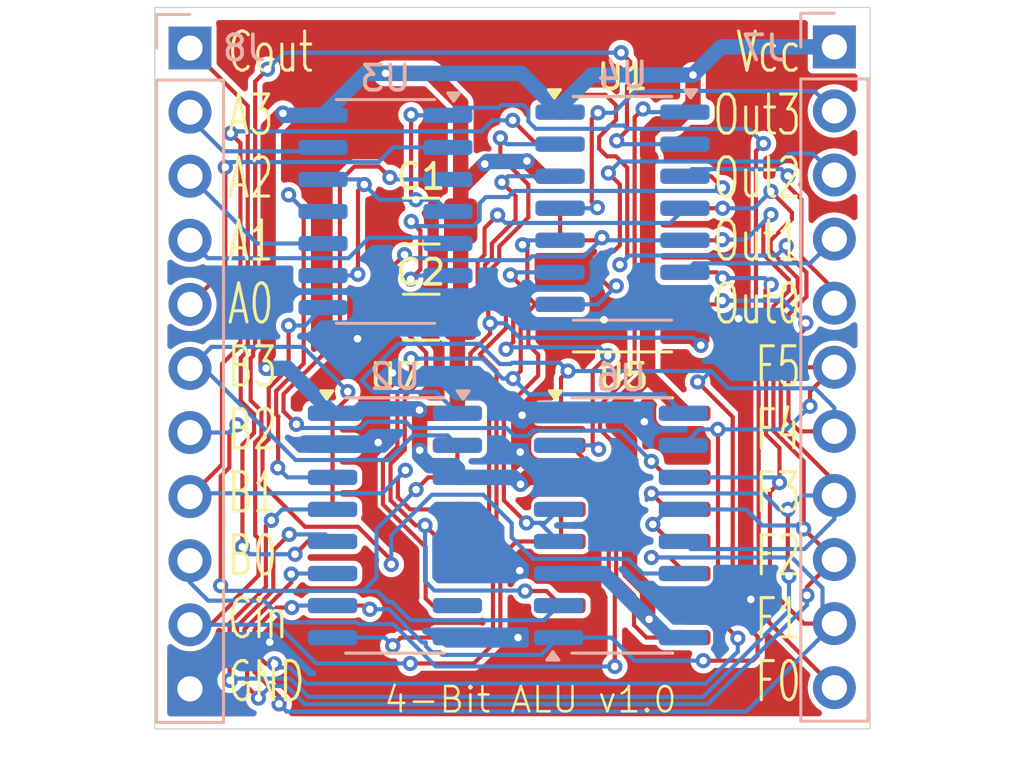
<source format=kicad_pcb>
(kicad_pcb (version 20240108) (generator "pcbnew") (generator_version "8.0")
  (layers (0 "F.Cu" signal) (31 "B.Cu" signal) (34 "B.Paste" user) (35 "F.Paste" user) (36 "B.SilkS" user "B.Silkscreen") (37 "F.SilkS" user "F.Silkscreen") (38 "B.Mask" user) (39 "F.Mask" user) (44 "Edge.Cuts" user))
  (net 0 "")
  (net 2 "/4-bit2/P2")
  (net 3 "/4-bit2/P0")
  (net 4 "/4-bit2/C2")
  (net 5 "/4-bit2/P3")
  (net 6 "/4-bit2/C1")
  (net 7 "/4-bit2/C0")
  (net 8 "/4-bit2/P1")
  (net 9 "Net-(U6-S0)")
  (net 10 "Net-(U5-S0)")
  (net 12 "Net-(U2-S0)")
  (net 13 "Net-(U1-S0)")
  (net 14 "/4-bit2/A0")
  (net 15 "/4-bit2/A1")
  (net 16 "/4-bit2/B3")
  (net 17 "/4-bit2/A2")
  (net 18 "/4-bit2/Cin")
  (net 19 "/4-bit2/B1")
  (net 20 "/4-bit2/Cout")
  (net 21 "/4-bit2/B0")
  (net 22 "/4-bit2/B2")
  (net 23 "/4-bit2/A3")
  (net 24 "/4-bit2/F3")
  (net 25 "/4-bit2/F2")
  (net 26 "/4-bit2/F5")
  (net 27 "/4-bit2/OUT2")
  (net 28 "/4-bit2/OUT1")
  (net 29 "/4-bit2/OUT0")
  (net 30 "/4-bit2/F0")
  (net 31 "/4-bit2/F4")
  (net 32 "/4-bit2/F1")
  (net 33 "/4-bit2/OUT3")
  (net 34 "GND")
  (net 35 "VCC")
  (footprint "Capacitor_SMD:C_1206_3216Metric_Pad1.33x1.80mm_HandSolder" (layer "F.Cu") (at 117.6255 62.865 180)
    (property "Reference" "C1")
    (property "Value" "100nF")
  )
  (footprint "Package_SO:SOIC-16_3.9x9.9mm_P1.27mm" (layer "F.Cu") (at 125.603 62.992)
    (property "Reference" "U1")
    (property "Value" "74HC153")
  )
  (footprint "Capacitor_SMD:C_1206_3216Metric_Pad1.33x1.80mm_HandSolder" (layer "F.Cu") (at 117.6255 66.675 180)
    (property "Reference" "C2")
    (property "Value" "100nF")
  )
  (footprint "Package_SO:SOIC-16_3.9x9.9mm_P1.27mm" (layer "F.Cu") (at 125.6396 74.93)
    (property "Reference" "U5")
    (property "Value" "74HC153")
  )
  (footprint "Package_SO:SOIC-16_3.9x9.9mm_P1.27mm" (layer "F.Cu") (at 116.583 74.93)
    (property "Reference" "U7")
    (property "Value" "74LS151")
  )
  (footprint "Package_SO:SOIC-14_3.9x8.7mm_P1.27mm" (layer "B.Cu") (at 116.208 62.484 180)
    (property "Reference" "U3")
    (property "Value" "74LS86")
  )
  (footprint "Connector_PinSocket_2.54mm:PinSocket_1x11_P2.54mm_Vertical" (layer "B.Cu") (at 134 55.96 180)
    (property "Reference" "J7")
    (property "Value" "Conn_01x11_Socket")
  )
  (footprint "Package_SO:SOIC-16_3.9x9.9mm_P1.27mm" (layer "B.Cu") (at 125.541 74.93)
    (property "Reference" "U6")
    (property "Value" "74HC153")
  )
  (footprint "Package_SO:SOIC-14_3.9x8.7mm_P1.27mm" (layer "B.Cu") (at 125.603 62.357 180)
    (property "Reference" "U4")
    (property "Value" "74LS86")
  )
  (footprint "Package_SO:SOIC-16_3.9x9.9mm_P1.27mm" (layer "B.Cu") (at 116.586 74.93 180)
    (property "Reference" "U2")
    (property "Value" "74HC153")
  )
  (footprint "Connector_PinSocket_2.54mm:PinSocket_1x11_P2.54mm_Vertical" (layer "B.Cu") (at 108.458 56.007 180)
    (property "Reference" "J8")
    (property "Value" "Conn_01x10_Socket")
  )
  (gr_rect (start 107.061 54.397) (end 135.418 82.994) (stroke (width 0.05)) (fill none) (layer "Edge.Cuts"))
  (gr_text "4-Bit ALU v1.0" (at 116.078 82.423 0) (layer "F.SilkS") (effects (font (size 1 1) (thickness 0.1)) (justify left bottom)))
  (gr_text_box "Cout\nA3\nA2\nA1\nA0\nB3\nB2\nB1\nB0\nCin\nGND" (start 108.712 54.102) (end 113.157 81.407) (layer "F.SilkS") (effects (font (size 1.55 1) (thickness 0.125)) (justify left top)) (border no))
  (gr_text_box "Vcc\nOut3\nOut2\nOut1\nOut0\nF5\nF4\nF3\nF2\nF1\nF0" (start 129.4765 54.102) (end 133.9215 81.407) (layer "F.SilkS") (effects (font (size 1.55 1) (thickness 0.125)) (justify right top)) (border no))
  (segment (start 116.1079 72.3821) (end 116.1079 74.0963) (width 0.1651) (layer "F.Cu") (net 2))
  (segment (start 118.083001 78.105) (end 119.058 78.105) (width 0.1651) (layer "F.Cu") (net 2))
  (segment (start 121.568262 68.804717) (end 121.568262 67.701895) (width 0.1651) (layer "F.Cu") (net 2))
  (segment (start 117.22 68.3168) (end 117.22 69.147698) (width 0.1651) (layer "F.Cu") (net 2))
  (segment (start 116.68 69.687698) (end 116.68 71.81) (width 0.1651) (layer "F.Cu") (net 2))
  (segment (start 116.1079 74.0963) (end 117.80045 75.78885) (width 0.1651) (layer "F.Cu") (net 2))
  (segment (start 117.22 69.147698) (end 116.68 69.687698) (width 0.1651) (layer "F.Cu") (net 2))
  (segment (start 121.568262 67.701895) (end 121.5644 67.698033) (width 0.1651) (layer "F.Cu") (net 2))
  (segment (start 121.5644 65.408274) (end 121.1579 65.001774) (width 0.1651) (layer "F.Cu") (net 2))
  (segment (start 117.80045 75.78885) (end 117.80045 77.822449) (width 0.1651) (layer "F.Cu") (net 2))
  (segment (start 116.68 71.81) (end 116.1079 72.3821) (width 0.1651) (layer "F.Cu") (net 2))
  (segment (start 121.264132 69.108847) (end 121.568262 68.804717) (width 0.1651) (layer "F.Cu") (net 2))
  (segment (start 121.5644 67.698033) (end 121.5644 65.408274) (width 0.1651) (layer "F.Cu") (net 2))
  (segment (start 117.80045 77.822449) (end 118.083001 78.105) (width 0.1651) (layer "F.Cu") (net 2))
  (via (at 117.22 68.3168) (size 0.6) (drill 0.3) (layers "F.Cu" "B.Cu") (net 2))
  (via (at 121.264132 69.108847) (size 0.6) (drill 0.3) (layers "F.Cu" "B.Cu") (net 2))
  (via (at 121.1579 65.001774) (size 0.6) (drill 0.3) (layers "F.Cu" "B.Cu") (net 2))
  (segment (start 121.264132 69.108847) (end 121.885285 69.73) (width 0.1651) (layer "B.Cu") (net 2))
  (segment (start 121.262674 64.897) (end 121.1579 65.001774) (width 0.1651) (layer "B.Cu") (net 2))
  (segment (start 120.0568 68.3168) (end 117.22 68.3168) (width 0.1651) (layer "B.Cu") (net 2))
  (segment (start 123.128 64.897) (end 121.262674 64.897) (width 0.1651) (layer "B.Cu") (net 2))
  (segment (start 121.885285 69.73) (end 127.261 69.73) (width 0.1651) (layer "B.Cu") (net 2))
  (segment (start 127.261 69.73) (end 128.016 70.485) (width 0.1651) (layer "B.Cu") (net 2))
  (segment (start 121.264132 69.108847) (end 120.848847 69.108847) (width 0.1651) (layer "B.Cu") (net 2))
  (segment (start 120.848847 69.108847) (end 120.0568 68.3168) (width 0.1651) (layer "B.Cu") (net 2))
  (segment (start 126.08385 68.79215) (end 126.08385 58.75195) (width 0.1651) (layer "F.Cu") (net 3))
  (segment (start 126.08385 58.75195) (end 126.4158 58.42) (width 0.1651) (layer "F.Cu") (net 3))
  (segment (start 126.55244 79.375) (end 126.0602 78.88276) (width 0.1651) (layer "F.Cu") (net 3))
  (segment (start 124.71425 70.16175) (end 126.08385 68.79215) (width 0.1651) (layer "F.Cu") (net 3))
  (segment (start 125.35 71.76) (end 124.71425 71.12425) (width 0.1651) (layer "F.Cu") (net 3))
  (segment (start 124.71425 71.12425) (end 124.71425 70.16175) (width 0.1651) (layer "F.Cu") (net 3))
  (segment (start 125.35 76.9884) (end 125.35 71.76) (width 0.1651) (layer "F.Cu") (net 3))
  (segment (start 126.0602 78.88276) (end 126.0602 77.6986) (width 0.1651) (layer "F.Cu") (net 3))
  (segment (start 128.078 79.375) (end 126.55244 79.375) (width 0.1651) (layer "F.Cu") (net 3))
  (segment (start 126.0602 77.6986) (end 125.35 76.9884) (width 0.1651) (layer "F.Cu") (net 3))
  (via (at 126.4158 58.42) (size 0.6) (drill 0.3) (layers "F.Cu" "B.Cu") (net 3))
  (segment (start 126.4158 58.42) (end 126.5428 58.547) (width 0.1651) (layer "B.Cu") (net 3))
  (segment (start 126.5428 58.547) (end 128.078 58.547) (width 0.1651) (layer "B.Cu") (net 3))
  (segment (start 120.71725 64.446597) (end 120.71725 63.872852) (width 0.1651) (layer "F.Cu") (net 4))
  (segment (start 120.44535 65.2836) (end 120.44535 64.718497) (width 0.1651) (layer "F.Cu") (net 4))
  (segment (start 120.760937 60.310811) (end 120.760937 59.568) (width 0.1651) (layer "F.Cu") (net 4))
  (segment (start 124.42215 68.798167) (end 124.42215 71.676652) (width 0.1651) (layer "F.Cu") (net 4))
  (segment (start 121.87045 61.420324) (end 120.760937 60.310811) (width 0.1651) (layer "F.Cu") (net 4))
  (segment (start 125.0188 68.201517) (end 124.42215 68.798167) (width 0.1651) (layer "F.Cu") (net 4))
  (segment (start 121.2723 67.654734) (end 121.2723 66.11055) (width 0.1651) (layer "F.Cu") (net 4))
  (segment (start 121.2723 66.11055) (end 120.44535 65.2836) (width 0.1651) (layer "F.Cu") (net 4))
  (segment (start 120.44535 64.718497) (end 120.71725 64.446597) (width 0.1651) (layer "F.Cu") (net 4))
  (segment (start 120.71725 63.872852) (end 121.87045 62.719652) (width 0.1651) (layer "F.Cu") (net 4))
  (segment (start 120.982513 67.944521) (end 121.2723 67.654734) (width 0.1651) (layer "F.Cu") (net 4))
  (segment (start 124.42215 71.676652) (end 124.655498 71.91) (width 0.1651) (layer "F.Cu") (net 4))
  (segment (start 121.87045 62.719652) (end 121.87045 61.420324) (width 0.1651) (layer "F.Cu") (net 4))
  (via (at 125.0188 68.201517) (size 0.6) (drill 0.3) (layers "F.Cu" "B.Cu") (net 4))
  (via (at 120.982513 67.944521) (size 0.6) (drill 0.3) (layers "F.Cu" "B.Cu") (net 4))
  (via (at 120.760937 59.568) (size 0.6) (drill 0.3) (layers "F.Cu" "B.Cu") (net 4))
  (via (at 124.655498 71.91) (size 0.6) (drill 0.3) (layers "F.Cu" "B.Cu") (net 4))
  (segment (start 120.982513 67.944521) (end 121.059584 67.86745) (width 0.1651) (layer "B.Cu") (net 4))
  (segment (start 124.684733 67.86745) (end 125.0188 68.201517) (width 0.1651) (layer "B.Cu") (net 4))
  (segment (start 121.009937 59.817) (end 120.760937 59.568) (width 0.1651) (layer "B.Cu") (net 4))
  (segment (start 124.500498 71.755) (end 124.655498 71.91) (width 0.1651) (layer "B.Cu") (net 4))
  (segment (start 123.066 71.755) (end 124.500498 71.755) (width 0.1651) (layer "B.Cu") (net 4))
  (segment (start 123.128 59.817) (end 121.009937 59.817) (width 0.1651) (layer "B.Cu") (net 4))
  (segment (start 121.059584 67.86745) (end 124.684733 67.86745) (width 0.1651) (layer "B.Cu") (net 4))
  (segment (start 120.15325 64.597505) (end 120.42515 64.325605) (width 0.1651) (layer "F.Cu") (net 5))
  (segment (start 120.9802 66.231542) (end 120.15325 65.404592) (width 0.1651) (layer "F.Cu") (net 5))
  (segment (start 119.058 79.375) (end 116.816494 79.375) (width 0.1651) (layer "F.Cu") (net 5))
  (segment (start 121.36565 61.87054) (end 120.820666 61.325556) (width 0.1651) (layer "F.Cu") (net 5))
  (segment (start 119.949008 68.14965) (end 120.9802 67.118458) (width 0.1651) (layer "F.Cu") (net 5))
  (segment (start 119.058 79.375) (end 120.1674 79.375) (width 0.1651) (layer "F.Cu") (net 5))
  (segment (start 120.42515 64.325605) (end 120.42515 63.75186) (width 0.1651) (layer "F.Cu") (net 5))
  (segment (start 120.4679 79.0745) (end 120.4679 76.159066) (width 0.1651) (layer "F.Cu") (net 5))
  (segment (start 120.9802 67.118458) (end 120.9802 66.231542) (width 0.1651) (layer "F.Cu") (net 5))
  (segment (start 120.1674 79.375) (end 120.4679 79.0745) (width 0.1651) (layer "F.Cu") (net 5))
  (segment (start 120.42515 63.75186) (end 121.36565 62.81136) (width 0.1651) (layer "F.Cu") (net 5))
  (segment (start 120.60765 68.808292) (end 119.949008 68.14965) (width 0.1651) (layer "F.Cu") (net 5))
  (segment (start 120.60765 76.019316) (end 120.60765 68.808292) (width 0.1651) (layer "F.Cu") (net 5))
  (segment (start 121.36565 62.81136) (end 121.36565 61.87054) (width 0.1651) (layer "F.Cu") (net 5))
  (segment (start 120.4679 76.159066) (end 120.60765 76.019316) (width 0.1651) (layer "F.Cu") (net 5))
  (segment (start 120.15325 65.404592) (end 120.15325 64.597505) (width 0.1651) (layer "F.Cu") (net 5))
  (segment (start 116.816494 79.375) (end 116.496485 79.695009) (width 0.1651) (layer "F.Cu") (net 5))
  (via (at 116.496485 79.695009) (size 0.6) (drill 0.3) (layers "F.Cu" "B.Cu") (net 5))
  (via (at 120.820666 61.325556) (size 0.6) (drill 0.3) (layers "F.Cu" "B.Cu") (net 5))
  (segment (start 116.176476 79.375) (end 116.496485 79.695009) (width 0.1651) (layer "B.Cu") (net 5))
  (segment (start 114.111 79.375) (end 116.176476 79.375) (width 0.1651) (layer "B.Cu") (net 5))
  (segment (start 121.059222 61.087) (end 120.820666 61.325556) (width 0.1651) (layer "B.Cu") (net 5))
  (segment (start 123.128 61.087) (end 121.059222 61.087) (width 0.1651) (layer "B.Cu") (net 5))
  (segment (start 121.8565 65.287282) (end 121.8311 65.261882) (width 0.1651) (layer "F.Cu") (net 6))
  (segment (start 122.260252 68.160126) (end 122.260252 68.989748) (width 0.1651) (layer "F.Cu") (net 6))
  (segment (start 121.87045 66.449551) (end 121.87045 67.770324) (width 0.1651) (layer "F.Cu") (net 6))
  (segment (start 120.89975 73.933468) (end 121.796004 74.829722) (width 0.1651) (layer "F.Cu") (net 6))
  (segment (start 122.153001 66.167) (end 123.128 66.167) (width 0.1651) (layer "F.Cu") (net 6))
  (segment (start 122.153001 66.167) (end 121.87045 66.449551) (width 0.1651) (layer "F.Cu") (net 6))
  (segment (start 121.87045 67.770324) (end 122.260252 68.160126) (width 0.1651) (layer "F.Cu") (net 6))
  (segment (start 122.153001 66.167) (end 122.153001 66.164709) (width 0.1651) (layer "F.Cu") (net 6))
  (segment (start 121.8311 65.261882) (end 121.8311 63.9953) (width 0.1651) (layer "F.Cu") (net 6))
  (segment (start 122.153001 66.164709) (end 121.8565 65.868208) (width 0.1651) (layer "F.Cu") (net 6))
  (segment (start 121.8565 65.868208) (end 121.8565 65.287282) (width 0.1651) (layer "F.Cu") (net 6))
  (segment (start 120.89975 70.35025) (end 120.89975 73.933468) (width 0.1651) (layer "F.Cu") (net 6))
  (segment (start 122.260252 68.989748) (end 120.89975 70.35025) (width 0.1651) (layer "F.Cu") (net 6))
  (segment (start 121.8311 63.9953) (end 121.6406 63.8048) (width 0.1651) (layer "F.Cu") (net 6))
  (via (at 121.796004 74.829722) (size 0.6) (drill 0.3) (layers "F.Cu" "B.Cu") (net 6))
  (via (at 121.6406 63.8048) (size 0.6) (drill 0.3) (layers "F.Cu" "B.Cu") (net 6))
  (segment (start 123.066 75.565) (end 122.330722 74.829722) (width 0.1651) (layer "B.Cu") (net 6))
  (segment (start 122.531278 74.829722) (end 121.796004 74.829722) (width 0.1651) (layer "B.Cu") (net 6))
  (segment (start 123.128 63.627) (end 121.8184 63.627) (width 0.1651) (layer "B.Cu") (net 6))
  (segment (start 122.330722 74.829722) (end 121.796004 74.829722) (width 0.1651) (layer "B.Cu") (net 6))
  (segment (start 123.066 74.295) (end 122.531278 74.829722) (width 0.1651) (layer "B.Cu") (net 6))
  (segment (start 121.8184 63.627) (end 121.6406 63.8048) (width 0.1651) (layer "B.Cu") (net 6))
  (segment (start 124.6855 63.627) (end 123.128 63.627) (width 0.1651) (layer "F.Cu") (net 7))
  (segment (start 116.9721 71.930992) (end 116.9721 69.80869) (width 0.1651) (layer "F.Cu") (net 7))
  (segment (start 116.5352 65.324635) (end 116.5352 64.625902) (width 0.1651) (layer "F.Cu") (net 7))
  (segment (start 117.403413 74.926505) (end 116.4079 73.930992) (width 0.1651) (layer "F.Cu") (net 7))
  (segment (start 118.413377 75.565) (end 119.058 75.565) (width 0.1651) (layer "F.Cu") (net 7))
  (segment (start 116.4079 73.930992) (end 116.4079 72.495192) (width 0.1651) (layer "F.Cu") (net 7))
  (segment (start 116.5352 64.625902) (end 116.962815 64.198287) (width 0.1651) (layer "F.Cu") (net 7))
  (segment (start 117.774882 74.926505) (end 118.413377 75.565) (width 0.1651) (layer "F.Cu") (net 7))
  (segment (start 117.774882 74.926505) (end 117.403413 74.926505) (width 0.1651) (layer "F.Cu") (net 7))
  (segment (start 116.9721 69.80869) (end 117.82 68.96079) (width 0.1651) (layer "F.Cu") (net 7))
  (segment (start 117.00805 67.26805) (end 117.00805 65.797485) (width 0.1651) (layer "F.Cu") (net 7))
  (segment (start 116.4079 72.495192) (end 116.9721 71.930992) (width 0.1651) (layer "F.Cu") (net 7))
  (segment (start 117.00805 65.797485) (end 116.5352 65.324635) (width 0.1651) (layer "F.Cu") (net 7))
  (segment (start 124.7871 63.5254) (end 124.6855 63.627) (width 0.1651) (layer "F.Cu") (net 7))
  (segment (start 117.82 68.96079) (end 117.82 68.08) (width 0.1651) (layer "F.Cu") (net 7))
  (segment (start 123.128 62.357) (end 123.128 63.627) (width 0.1651) (layer "F.Cu") (net 7))
  (segment (start 123.1646 78.105) (end 122.5896 77.53) (width 0.1651) (layer "F.Cu") (net 7))
  (segment (start 122.5896 77.53) (end 121.74 77.53) (width 0.1651) (layer "F.Cu") (net 7))
  (segment (start 117.82 68.08) (end 117.00805 67.26805) (width 0.1651) (layer "F.Cu") (net 7))
  (via (at 124.7871 63.5254) (size 0.6) (drill 0.3) (layers "F.Cu" "B.Cu") (net 7))
  (via (at 117.774882 74.926505) (size 0.6) (drill 0.3) (layers "F.Cu" "B.Cu") (net 7))
  (via (at 116.962815 64.198287) (size 0.6) (drill 0.3) (layers "F.Cu" "B.Cu") (net 7))
  (via (at 121.74 77.53) (size 0.6) (drill 0.3) (layers "F.Cu" "B.Cu") (net 7))
  (segment (start 122.011776 64.262) (end 121.859376 64.4144) (width 0.1651) (layer "B.Cu") (net 7))
  (segment (start 118.065883 64.4144) (end 117.988033 64.33655) (width 0.1651) (layer "B.Cu") (net 7))
  (segment (start 121.72 77.51) (end 121.74 77.53) (width 0.1651) (layer "B.Cu") (net 7))
  (segment (start 118.145126 77.51) (end 121.72 77.51) (width 0.1651) (layer "B.Cu") (net 7))
  (segment (start 117.988033 64.33655) (end 117.101078 64.33655) (width 0.1651) (layer "B.Cu") (net 7))
  (segment (start 121.859376 64.4144) (end 118.065883 64.4144) (width 0.1651) (layer "B.Cu") (net 7))
  (segment (start 128.078 63.627) (end 124.8887 63.627) (width 0.1651) (layer "B.Cu") (net 7))
  (segment (start 124.083874 64.262) (end 122.011776 64.262) (width 0.1651) (layer "B.Cu") (net 7))
  (segment (start 124.7871 63.5254) (end 124.7871 63.558774) (width 0.1651) (layer "B.Cu") (net 7))
  (segment (start 117.774882 77.139756) (end 118.145126 77.51) (width 0.1651) (layer "B.Cu") (net 7))
  (segment (start 124.8887 63.627) (end 124.7871 63.5254) (width 0.1651) (layer "B.Cu") (net 7))
  (segment (start 117.101078 64.33655) (end 116.962815 64.198287) (width 0.1651) (layer "B.Cu") (net 7))
  (segment (start 117.774882 74.926505) (end 117.774882 77.139756) (width 0.1651) (layer "B.Cu") (net 7))
  (segment (start 124.7871 63.558774) (end 124.083874 64.262) (width 0.1651) (layer "B.Cu") (net 7))
  (segment (start 119.678874 76.535) (end 119.358 76.535) (width 0.1651) (layer "F.Cu") (net 8))
  (segment (start 120.2816 65.946034) (end 119.86115 65.525584) (width 0.1651) (layer "F.Cu") (net 8))
  (segment (start 119.57235 68.113216) (end 119.57235 68.97394) (width 0.1651) (layer "F.Cu") (net 8))
  (segment (start 120.2816 66.844484) (end 120.2816 65.946034) (width 0.1651) (layer "F.Cu") (net 8))
  (segment (start 119.86115 65.525584) (end 119.86115 64.476513) (width 0.1651) (layer "F.Cu") (net 8))
  (segment (start 120.31555 75.898324) (end 119.678874 76.535) (width 0.1651) (layer "F.Cu") (net 8))
  (segment (start 120.353699 66.916583) (end 120.353699 67.331867) (width 0.1651) (layer "F.Cu") (net 8))
  (segment (start 120.13305 63.145622) (end 120.6531 62.625572) (width 0.1651) (layer "F.Cu") (net 8))
  (segment (start 120.13305 64.204613) (end 120.13305 63.145622) (width 0.1651) (layer "F.Cu") (net 8))
  (segment (start 120.31555 69.71714) (end 120.31555 75.898324) (width 0.1651) (layer "F.Cu") (net 8))
  (segment (start 128.431273 67.790273) (end 128.7068 67.790273) (width 0.1651) (layer "F.Cu") (net 8))
  (segment (start 128.078 67.437) (end 128.431273 67.790273) (width 0.1651) (layer "F.Cu") (net 8))
  (segment (start 120.353699 67.331867) (end 119.57235 68.113216) (width 0.1651) (layer "F.Cu") (net 8))
  (segment (start 119.358 76.535) (end 119.058 76.835) (width 0.1651) (layer "F.Cu") (net 8))
  (segment (start 120.353699 66.916583) (end 120.2816 66.844484) (width 0.1651) (layer "F.Cu") (net 8))
  (segment (start 119.57235 68.97394) (end 120.31555 69.71714) (width 0.1651) (layer "F.Cu") (net 8))
  (segment (start 119.86115 64.476513) (end 120.13305 64.204613) (width 0.1651) (layer "F.Cu") (net 8))
  (via (at 128.7068 67.790273) (size 0.6) (drill 0.3) (layers "F.Cu" "B.Cu") (net 8))
  (via (at 120.353699 66.916583) (size 0.6) (drill 0.3) (layers "F.Cu" "B.Cu") (net 8))
  (via (at 120.6531 62.625572) (size 0.6) (drill 0.3) (layers "F.Cu" "B.Cu") (net 8))
  (segment (start 120.967078 62.93955) (end 120.6531 62.625572) (width 0.1651) (layer "B.Cu") (net 8))
  (segment (start 128.405494 67.488967) (end 128.7068 67.790273) (width 0.1651) (layer "B.Cu") (net 8))
  (segment (start 127.49545 62.93955) (end 120.967078 62.93955) (width 0.1651) (layer "B.Cu") (net 8))
  (segment (start 120.353699 66.916583) (end 120.954281 66.916583) (width 0.1651) (layer "B.Cu") (net 8))
  (segment (start 121.526665 67.488967) (end 128.405494 67.488967) (width 0.1651) (layer "B.Cu") (net 8))
  (segment (start 128.078 62.357) (end 127.49545 62.93955) (width 0.1651) (layer "B.Cu") (net 8))
  (segment (start 120.954281 66.916583) (end 121.526665 67.488967) (width 0.1651) (layer "B.Cu") (net 8))
  (segment (start 112.3696 68.693616) (end 112.3696 67.0052) (width 0.1651) (layer "F.Cu") (net 9))
  (segment (start 111.5822 71.506082) (end 111.5822 69.481016) (width 0.1651) (layer "F.Cu") (net 9))
  (segment (start 111.33455 73.295174) (end 111.33455 71.753732) (width 0.1651) (layer "F.Cu") (net 9))
  (segment (start 113.021826 74.98245) (end 111.33455 73.295174) (width 0.1651) (layer "F.Cu") (net 9))
  (segment (start 115.116324 74.98245) (end 113.021826 74.98245) (width 0.1651) (layer "F.Cu") (net 9))
  (segment (start 116.4384 76.304526) (end 115.116324 74.98245) (width 0.1651) (layer "F.Cu") (net 9))
  (segment (start 116.4384 76.474643) (end 116.4384 76.304526) (width 0.1651) (layer "F.Cu") (net 9))
  (segment (start 111.5822 69.481016) (end 112.3696 68.693616) (width 0.1651) (layer "F.Cu") (net 9))
  (segment (start 111.33455 71.753732) (end 111.5822 71.506082) (width 0.1651) (layer "F.Cu") (net 9))
  (via (at 116.4384 76.474643) (size 0.6) (drill 0.3) (layers "F.Cu" "B.Cu") (net 9))
  (via (at 112.3696 67.0052) (size 0.6) (drill 0.3) (layers "F.Cu" "B.Cu") (net 9))
  (segment (start 116.4384 75.319976) (end 118.045926 73.71245) (width 0.1651) (layer "B.Cu") (net 9))
  (segment (start 116.4384 76.474643) (end 116.4384 75.319976) (width 0.1651) (layer "B.Cu") (net 9))
  (segment (start 121.210254 74.840254) (end 121.210254 75.405028) (width 0.1651) (layer "B.Cu") (net 9))
  (segment (start 125.817674 76.25245) (end 126.400224 76.835) (width 0.1651) (layer "B.Cu") (net 9))
  (segment (start 113.0218 67.0052) (end 112.3696 67.0052) (width 0.1651) (layer "B.Cu") (net 9))
  (segment (start 120.08245 73.71245) (end 121.210254 74.840254) (width 0.1651) (layer "B.Cu") (net 9))
  (segment (start 122.057676 76.25245) (end 125.817674 76.25245) (width 0.1651) (layer "B.Cu") (net 9))
  (segment (start 118.045926 73.71245) (end 120.08245 73.71245) (width 0.1651) (layer "B.Cu") (net 9))
  (segment (start 121.210254 75.405028) (end 122.057676 76.25245) (width 0.1651) (layer "B.Cu") (net 9))
  (segment (start 126.400224 76.835) (end 128.016 76.835) (width 0.1651) (layer "B.Cu") (net 9))
  (segment (start 113.733 66.294) (end 113.0218 67.0052) (width 0.1651) (layer "B.Cu") (net 9))
  (segment (start 127.384406 73.025) (end 128.1146 73.025) (width 0.1651) (layer "F.Cu") (net 10))
  (segment (start 112.1664 69.723) (end 112.1664 70.4088) (width 0.1651) (layer "F.Cu") (net 10))
  (segment (start 112.1664 70.4088) (end 112.677166 70.919566) (width 0.1651) (layer "F.Cu") (net 10))
  (segment (start 126.749405 72.389999) (end 127.384406 73.025) (width 0.1651) (layer "F.Cu") (net 10))
  (segment (start 114.4016 61.274624) (end 114.4016 67.4878) (width 0.1651) (layer "F.Cu") (net 10))
  (segment (start 114.971774 60.70445) (end 114.4016 61.274624) (width 0.1651) (layer "F.Cu") (net 10))
  (segment (start 115.949448 60.70445) (end 114.971774 60.70445) (width 0.1651) (layer "F.Cu") (net 10))
  (segment (start 114.4016 67.4878) (end 112.1664 69.723) (width 0.1651) (layer "F.Cu") (net 10))
  (segment (start 116.3828 61.137802) (end 115.949448 60.70445) (width 0.1651) (layer "F.Cu") (net 10))
  (via (at 126.749405 72.389999) (size 0.6) (drill 0.3) (layers "F.Cu" "B.Cu") (net 10))
  (via (at 112.677166 70.919566) (size 0.6) (drill 0.3) (layers "F.Cu" "B.Cu") (net 10))
  (via (at 116.3828 61.137802) (size 0.6) (drill 0.3) (layers "F.Cu" "B.Cu") (net 10))
  (segment (start 118.683 61.214) (end 116.458998 61.214) (width 0.1651) (layer "B.Cu") (net 10))
  (segment (start 121.321952 71.38255) (end 121.008452 71.06905) (width 0.1651) (layer "B.Cu") (net 10))
  (segment (start 112.82515 71.06755) (end 112.677166 70.919566) (width 0.1651) (layer "B.Cu") (net 10))
  (segment (start 117.01363 70.819298) (end 115.479102 70.819298) (width 0.1651) (layer "B.Cu") (net 10))
  (segment (start 117.263382 71.06905) (end 117.01363 70.819298) (width 0.1651) (layer "B.Cu") (net 10))
  (segment (start 116.458998 61.214) (end 116.3828 61.137802) (width 0.1651) (layer "B.Cu") (net 10))
  (segment (start 121.847576 71.38255) (end 121.321952 71.38255) (width 0.1651) (layer "B.Cu") (net 10))
  (segment (start 115.23085 71.06755) (end 112.82515 71.06755) (width 0.1651) (layer "B.Cu") (net 10))
  (segment (start 122.057676 71.17245) (end 121.847576 71.38255) (width 0.1651) (layer "B.Cu") (net 10))
  (segment (start 125.531856 71.17245) (end 122.057676 71.17245) (width 0.1651) (layer "B.Cu") (net 10))
  (segment (start 121.008452 71.06905) (end 117.263382 71.06905) (width 0.1651) (layer "B.Cu") (net 10))
  (segment (start 115.479102 70.819298) (end 115.23085 71.06755) (width 0.1651) (layer "B.Cu") (net 10))
  (segment (start 126.749405 72.389999) (end 125.531856 71.17245) (width 0.1651) (layer "B.Cu") (net 10))
  (segment (start 111.95185 70.637184) (end 111.95185 72.628277) (width 0.1651) (layer "F.Cu") (net 12))
  (segment (start 111.8743 70.529792) (end 111.966771 70.622263) (width 0.1651) (layer "F.Cu") (net 12))
  (segment (start 112.9665 68.509808) (end 111.8743 69.602008) (width 0.1651) (layer "F.Cu") (net 12))
  (segment (start 111.8743 69.602008) (end 111.8743 70.529792) (width 0.1651) (layer "F.Cu") (net 12))
  (segment (start 111.966771 70.622263) (end 111.95185 70.637184) (width 0.1651) (layer "F.Cu") (net 12))
  (segment (start 112.3696 61.8236) (end 112.9665 62.4205) (width 0.1651) (layer "F.Cu") (net 12))
  (segment (start 111.95185 72.628277) (end 111.938827 72.6413) (width 0.1651) (layer "F.Cu") (net 12))
  (segment (start 112.9665 62.4205) (end 112.9665 68.509808) (width 0.1651) (layer "F.Cu") (net 12))
  (via (at 112.3696 61.8236) (size 0.6) (drill 0.3) (layers "F.Cu" "B.Cu") (net 12))
  (via (at 111.938827 72.6413) (size 0.6) (drill 0.3) (layers "F.Cu" "B.Cu") (net 12))
  (segment (start 114.111 73.025) (end 112.322527 73.025) (width 0.1651) (layer "B.Cu") (net 12))
  (segment (start 113.03 62.484) (end 112.3696 61.8236) (width 0.1651) (layer "B.Cu") (net 12))
  (segment (start 113.733 62.484) (end 113.03 62.484) (width 0.1651) (layer "B.Cu") (net 12))
  (segment (start 112.322527 73.025) (end 111.938827 72.6413) (width 0.1651) (layer "B.Cu") (net 12))
  (segment (start 128.078 61.087) (end 129.1082 61.087) (width 0.1651) (layer "F.Cu") (net 13))
  (segment (start 117.59 64.783551) (end 117.206246 65.167305) (width 0.1651) (layer "F.Cu") (net 13))
  (segment (start 129.1082 61.087) (end 129.5654 61.5442) (width 0.1651) (layer "F.Cu") (net 13))
  (segment (start 117.2287 62.88) (end 117.59 63.2413) (width 0.1651) (layer "F.Cu") (net 13))
  (segment (start 117.59 63.2413) (end 117.59 64.783551) (width 0.1651) (layer "F.Cu") (net 13))
  (via (at 117.2287 62.88) (size 0.6) (drill 0.3) (layers "F.Cu" "B.Cu") (net 13))
  (via (at 129.5654 61.5442) (size 0.6) (drill 0.3) (layers "F.Cu" "B.Cu") (net 13))
  (via (at 117.206246 65.167305) (size 0.6) (drill 0.3) (layers "F.Cu" "B.Cu") (net 13))
  (segment (start 119.691324 63.06655) (end 119.94055 62.817324) (width 0.1651) (layer "B.Cu") (net 13))
  (segment (start 119.94055 62.817324) (end 119.94055 62.160873) (width 0.1651) (layer "B.Cu") (net 13))
  (segment (start 119.94055 62.160873) (end 120.1884 61.913021) (width 0.1651) (layer "B.Cu") (net 13))
  (segment (start 129.44005 61.66955) (end 129.5654 61.5442) (width 0.1651) (layer "B.Cu") (net 13))
  (segment (start 117.2287 62.88) (end 117.41525 63.06655) (width 0.1651) (layer "B.Cu") (net 13))
  (segment (start 120.1884 61.913021) (end 121.068579 61.913021) (width 0.1651) (layer "B.Cu") (net 13))
  (segment (start 121.31205 61.66955) (end 129.44005 61.66955) (width 0.1651) (layer "B.Cu") (net 13))
  (segment (start 121.068579 61.913021) (end 121.31205 61.66955) (width 0.1651) (layer "B.Cu") (net 13))
  (segment (start 117.349551 65.024) (end 118.683 65.024) (width 0.1651) (layer "B.Cu") (net 13))
  (segment (start 117.206246 65.167305) (end 117.349551 65.024) (width 0.1651) (layer "B.Cu") (net 13))
  (segment (start 117.41525 63.06655) (end 119.691324 63.06655) (width 0.1651) (layer "B.Cu") (net 13))
  (segment (start 109.862196 64.762804) (end 109.862196 60.73092) (width 0.1651) (layer "F.Cu") (net 14))
  (segment (start 108.458 66.167) (end 109.862196 64.762804) (width 0.1651) (layer "F.Cu") (net 14))
  (via (at 109.862196 60.73092) (size 0.6) (drill 0.3) (layers "F.Cu" "B.Cu") (net 14))
  (segment (start 110.066566 60.52655) (end 109.862196 60.73092) (width 0.1651) (layer "B.Cu") (net 14))
  (segment (start 116.518102 59.944) (end 115.935552 60.52655) (width 0.1651) (layer "B.Cu") (net 14))
  (segment (start 118.683 59.944) (end 116.518102 59.944) (width 0.1651) (layer "B.Cu") (net 14))
  (segment (start 115.935552 60.52655) (end 110.066566 60.52655) (width 0.1651) (layer "B.Cu") (net 14))
  (segment (start 118.683 63.754) (end 118.449 63.52) (width 0.1651) (layer "B.Cu") (net 15))
  (segment (start 114.741324 64.33655) (end 109.16755 64.33655) (width 0.1651) (layer "B.Cu") (net 15))
  (segment (start 115.557874 63.52) (end 114.741324 64.33655) (width 0.1651) (layer "B.Cu") (net 15))
  (segment (start 109.16755 64.33655) (end 108.458 63.627) (width 0.1651) (layer "B.Cu") (net 15))
  (segment (start 118.449 63.52) (end 115.557874 63.52) (width 0.1651) (layer "B.Cu") (net 15))
  (segment (start 114.108 71.755) (end 114.108 73.025) (width 0.1651) (layer "F.Cu") (net 16))
  (segment (start 114.108 73.025) (end 114.108 74.295) (width 0.1651) (layer "F.Cu") (net 16))
  (segment (start 114.108 70.485) (end 114.714163 69.878837) (width 0.1651) (layer "F.Cu") (net 16))
  (segment (start 114.714163 69.878837) (end 114.714163 69.623184) (width 0.1651) (layer "F.Cu") (net 16))
  (segment (start 114.108 70.485) (end 114.108 71.755) (width 0.1651) (layer "F.Cu") (net 16))
  (via (at 114.714163 69.623184) (size 0.6) (drill 0.3) (layers "F.Cu" "B.Cu") (net 16))
  (segment (start 109.0168 68.707) (end 108.458 68.707) (width 0.1651) (layer "B.Cu") (net 16))
  (segment (start 116.327448 72.33755) (end 112.64735 72.33755) (width 0.1651) (layer "B.Cu") (net 16))
  (segment (start 117.303848 71.36115) (end 116.327448 72.33755) (width 0.1651) (layer "B.Cu") (net 16))
  (segment (start 112.944029 67.85305) (end 114.714163 69.623184) (width 0.1651) (layer "B.Cu") (net 16))
  (segment (start 118.66715 71.36115) (end 117.303848 71.36115) (width 0.1651) (layer "B.Cu") (net 16))
  (segment (start 108.458 68.707) (end 109.31195 67.85305) (width 0.1651) (layer "B.Cu") (net 16))
  (segment (start 119.061 71.755) (end 118.66715 71.36115) (width 0.1651) (layer "B.Cu") (net 16))
  (segment (start 109.31195 67.85305) (end 112.944029 67.85305) (width 0.1651) (layer "B.Cu") (net 16))
  (segment (start 112.64735 72.33755) (end 109.0168 68.707) (width 0.1651) (layer "B.Cu") (net 16))
  (segment (start 113.733 63.754) (end 111.125 63.754) (width 0.1651) (layer "B.Cu") (net 17))
  (segment (start 111.125 63.754) (end 108.458 61.087) (width 0.1651) (layer "B.Cu") (net 17))
  (segment (start 125.7808 59.269853) (end 125.7808 57.497298) (width 0.1651) (layer "F.Cu") (net 18))
  (segment (start 110.1158 78.027324) (end 109.276124 78.867) (width 0.1651) (layer "F.Cu") (net 18))
  (segment (start 121.395 75.565) (end 120.89975 76.06025) (width 0.1651) (layer "F.Cu") (net 18))
  (segment (start 111.04245 57.33415) (end 111.04245 67.918265) (width 0.1651) (layer "F.Cu") (net 18))
  (segment (start 120.76 76.280058) (end 120.76 79.35) (width 0.1651) (layer "F.Cu") (net 18))
  (segment (start 125.90915 56.554162) (end 125.544788 56.1898) (width 0.1651) (layer "F.Cu") (net 18))
  (segment (start 110.1158 77.976524) (end 110.1158 78.027324) (width 0.1651) (layer "F.Cu") (net 18))
  (segment (start 120.89975 76.06025) (end 120.89975 76.140308) (width 0.1651) (layer "F.Cu") (net 18))
  (segment (start 125.90915 57.368948) (end 125.90915 56.554162) (width 0.1651) (layer "F.Cu") (net 18))
  (segment (start 111.17445 75.4507) (end 111.17445 76.917874) (width 0.1651) (layer "F.Cu") (net 18))
  (segment (start 110.863895 68.304135) (end 110.863895 69.971505) (width 0.1651) (layer "F.Cu") (net 18))
  (segment (start 111.17445 76.917874) (end 110.1158 77.976524) (width 0.1651) (layer "F.Cu") (net 18))
  (segment (start 111.2901 71.38509) (end 111.04245 71.63274) (width 0.1651) (layer "F.Cu") (net 18))
  (segment (start 111.5314 56.8452) (end 111.04245 57.33415) (width 0.1651) (layer "F.Cu") (net 18))
  (segment (start 125.7808 57.497298) (end 125.90915 57.368948) (width 0.1651) (layer "F.Cu") (net 18))
  (segment (start 110.863895 69.971505) (end 111.2901 70.39771) (width 0.1651) (layer "F.Cu") (net 18))
  (segment (start 125.3713 59.679353) (end 125.7808 59.269853) (width 0.1651) (layer "F.Cu") (net 18))
  (segment (start 111.2901 70.39771) (end 111.2901 71.38509) (width 0.1651) (layer "F.Cu") (net 18))
  (segment (start 111.04245 67.918265) (end 110.960495 68.000219) (width 0.1651) (layer "F.Cu") (net 18))
  (segment (start 123.1646 75.565) (end 121.395 75.565) (width 0.1651) (layer "F.Cu") (net 18))
  (segment (start 109.276124 78.867) (end 108.458 78.867) (width 0.1651) (layer "F.Cu") (net 18))
  (segment (start 120.89975 76.140308) (end 120.76 76.280058) (width 0.1651) (layer "F.Cu") (net 18))
  (segment (start 111.04245 75.3187) (end 111.17445 75.4507) (width 0.1651) (layer "F.Cu") (net 18))
  (segment (start 120.76 79.35) (end 119.71 80.4) (width 0.1651) (layer "F.Cu") (net 18))
  (segment (start 119.71 80.4) (end 117.19 80.4) (width 0.1651) (layer "F.Cu") (net 18))
  (segment (start 111.04245 71.63274) (end 111.04245 75.3187) (width 0.1651) (layer "F.Cu") (net 18))
  (segment (start 110.960495 68.000219) (end 110.960495 68.207535) (width 0.1651) (layer "F.Cu") (net 18))
  (segment (start 123.1646 74.295) (end 123.1646 75.565) (width 0.1651) (layer "F.Cu") (net 18))
  (segment (start 110.960495 68.207535) (end 110.863895 68.304135) (width 0.1651) (layer "F.Cu") (net 18))
  (via (at 111.5314 56.8452) (size 0.6) (drill 0.3) (layers "F.Cu" "B.Cu") (net 18))
  (via (at 117.19 80.4) (size 0.6) (drill 0.3) (layers "F.Cu" "B.Cu") (net 18))
  (via (at 125.3713 59.679353) (size 0.6) (drill 0.3) (layers "F.Cu" "B.Cu") (net 18))
  (via (at 125.544788 56.1898) (size 0.6) (drill 0.3) (layers "F.Cu" "B.Cu") (net 18))
  (segment (start 111.935349 78.867) (end 108.458 78.867) (width 0.1651) (layer "B.Cu") (net 18))
  (segment (start 125.508947 59.817) (end 125.3713 59.679353) (width 0.1651) (layer "B.Cu") (net 18))
  (segment (start 128.078 59.817) (end 125.508947 59.817) (width 0.1651) (layer "B.Cu") (net 18))
  (segment (start 113.468349 80.4) (end 111.935349 78.867) (width 0.1651) (layer "B.Cu") (net 18))
  (segment (start 117.19 80.4) (end 113.468349 80.4) (width 0.1651) (layer "B.Cu") (net 18))
  (segment (start 111.5314 56.8452) (end 112.1868 56.1898) (width 0.1651) (layer "B.Cu") (net 18))
  (segment (start 112.1868 56.1898) (end 125.544788 56.1898) (width 0.1651) (layer "B.Cu") (net 18))
  (segment (start 117.185 74.295) (end 119.058 74.295) (width 0.1651) (layer "F.Cu") (net 19))
  (segment (start 116.7 73.03917) (end 116.7 73.81) (width 0.1651) (layer "F.Cu") (net 19))
  (segment (start 110.45825 59.777575) (end 110.0682 59.387525) (width 0.1651) (layer "F.Cu") (net 19))
  (segment (start 110.376295 67.880905) (end 110.376295 67.758233) (width 0.1651) (layer "F.Cu") (net 19))
  (segment (start 109.728 72.517) (end 109.728 68.5292) (width 0.1651) (layer "F.Cu") (net 19))
  (segment (start 116.99575 72.74342) (end 116.7 73.03917) (width 0.1651) (layer "F.Cu") (net 19))
  (segment (start 109.728 68.5292) (end 110.376295 67.880905) (width 0.1651) (layer "F.Cu") (net 19))
  (segment (start 110.45825 67.676279) (end 110.45825 59.777575) (width 0.1651) (layer "F.Cu") (net 19))
  (segment (start 108.458 73.787) (end 109.728 72.517) (width 0.1651) (layer "F.Cu") (net 19))
  (segment (start 116.7 73.81) (end 117.185 74.295) (width 0.1651) (layer "F.Cu") (net 19))
  (segment (start 110.376295 67.758233) (end 110.45825 67.676279) (width 0.1651) (layer "F.Cu") (net 19))
  (segment (start 123.128 59.817) (end 122.194135 59.817) (width 0.1651) (layer "F.Cu") (net 19))
  (segment (start 122.194135 59.817) (end 121.249739 58.872604) (width 0.1651) (layer "F.Cu") (net 19))
  (via (at 121.249739 58.872604) (size 0.6) (drill 0.3) (layers "F.Cu" "B.Cu") (net 19))
  (via (at 110.0682 59.387525) (size 0.6) (drill 0.3) (layers "F.Cu" "B.Cu") (net 19))
  (via (at 116.99575 72.74342) (size 0.6) (drill 0.3) (layers "F.Cu" "B.Cu") (net 19))
  (segment (start 108.589759 73.655241) (end 108.458 73.787) (width 0.1651) (layer "B.Cu") (net 19))
  (segment (start 116.083929 73.655241) (end 108.589759 73.655241) (width 0.1651) (layer "B.Cu") (net 19))
  (segment (start 116.99575 72.74342) (end 116.083929 73.655241) (width 0.1651) (layer "B.Cu") (net 19))
  (segment (start 120.448635 58.872604) (end 120.012239 59.309) (width 0.1651) (layer "B.Cu") (net 19))
  (segment (start 121.249739 58.872604) (end 120.448635 58.872604) (width 0.1651) (layer "B.Cu") (net 19))
  (segment (start 120.012239 59.309) (end 110.146725 59.309) (width 0.1651) (layer "B.Cu") (net 19))
  (segment (start 110.146725 59.309) (end 110.0682 59.387525) (width 0.1651) (layer "B.Cu") (net 19))
  (segment (start 114.108 75.565) (end 113.130168 75.565) (width 0.1651) (layer "F.Cu") (net 20))
  (segment (start 110.998 70.518702) (end 110.998 71.264098) (width 0.1651) (layer "F.Cu") (net 20))
  (segment (start 110.75035 58.29935) (end 110.75035 67.797272) (width 0.1651) (layer "F.Cu") (net 20))
  (segment (start 110.668395 68.086543) (end 110.470195 68.284743) (width 0.1651) (layer "F.Cu") (net 20))
  (segment (start 110.470195 68.284743) (end 110.470195 69.990897) (width 0.1651) (layer "F.Cu") (net 20))
  (segment (start 110.75035 67.797272) (end 110.668395 67.879226) (width 0.1651) (layer "F.Cu") (net 20))
  (segment (start 110.537553 71.724545) (end 110.537553 75.779749) (width 0.1651) (layer "F.Cu") (net 20))
  (segment (start 110.998 71.264098) (end 110.537553 71.724545) (width 0.1651) (layer "F.Cu") (net 20))
  (segment (start 110.668395 67.879226) (end 110.668395 68.086543) (width 0.1651) (layer "F.Cu") (net 20))
  (segment (start 108.458 56.007) (end 110.75035 58.29935) (width 0.1651) (layer "F.Cu") (net 20))
  (segment (start 113.130168 75.565) (end 112.62432 76.070848) (width 0.1651) (layer "F.Cu") (net 20))
  (segment (start 110.470195 69.990897) (end 110.998 70.518702) (width 0.1651) (layer "F.Cu") (net 20))
  (via (at 110.537553 75.779749) (size 0.6) (drill 0.3) (layers "F.Cu" "B.Cu") (net 20))
  (via (at 112.62432 76.070848) (size 0.6) (drill 0.3) (layers "F.Cu" "B.Cu") (net 20))
  (segment (start 110.828652 76.070848) (end 112.62432 76.070848) (width 0.1651) (layer "B.Cu") (net 20))
  (segment (start 110.537553 75.779749) (end 110.828652 76.070848) (width 0.1651) (layer "B.Cu") (net 20))
  (segment (start 125.0579 77.3567) (end 125.2982 77.597) (width 0.1651) (layer "F.Cu") (net 21))
  (segment (start 125.0579 73.270574) (end 125.0579 77.3567) (width 0.1651) (layer "F.Cu") (net 21))
  (segment (start 123.542326 71.755) (end 125.0579 73.270574) (width 0.1651) (layer "F.Cu") (net 21))
  (segment (start 125.2982 77.597) (end 125.2982 80.518) (width 0.1651) (layer "F.Cu") (net 21))
  (segment (start 123.1646 71.755) (end 123.542326 71.755) (width 0.1651) (layer "F.Cu") (net 21))
  (via (at 125.2982 80.518) (size 0.6) (drill 0.3) (layers "F.Cu" "B.Cu") (net 21))
  (segment (start 125.2982 80.518) (end 118.200034 80.518) (width 0.1651) (layer "B.Cu") (net 21))
  (segment (start 109.1774 77.91) (end 108.458 77.1906) (width 0.1651) (layer "B.Cu") (net 21))
  (segment (start 111.391441 77.91) (end 109.1774 77.91) (width 0.1651) (layer "B.Cu") (net 21))
  (segment (start 116.520127 78.838093) (end 115.136343 78.838093) (width 0.1651) (layer "B.Cu") (net 21))
  (segment (start 118.200034 80.518) (end 116.520127 78.838093) (width 0.1651) (layer "B.Cu") (net 21))
  (segment (start 112.251824 78.770383) (end 111.391441 77.91) (width 0.1651) (layer "B.Cu") (net 21))
  (segment (start 115.068633 78.770383) (end 112.251824 78.770383) (width 0.1651) (layer "B.Cu") (net 21))
  (segment (start 108.458 77.1906) (end 108.458 76.327) (width 0.1651) (layer "B.Cu") (net 21))
  (segment (start 115.136343 78.838093) (end 115.068633 78.770383) (width 0.1651) (layer "B.Cu") (net 21))
  (segment (start 119.047023 73.014023) (end 119.058 73.025) (width 0.1651) (layer "F.Cu") (net 22))
  (segment (start 119.058 71.755) (end 119.058 73.025) (width 0.1651) (layer "F.Cu") (net 22))
  (segment (start 119.058 73.025) (end 117.905 73.025) (width 0.1651) (layer "F.Cu") (net 22))
  (segment (start 110.0201 71.234298) (end 110.0201 72.637992) (width 0.1651) (layer "F.Cu") (net 22))
  (segment (start 110.0201 72.637992) (end 109.673857 72.984235) (width 0.1651) (layer "F.Cu") (net 22))
  (segment (start 110.317169 70.937229) (end 110.0201 71.234298) (width 0.1651) (layer "F.Cu") (net 22))
  (segment (start 117.905 73.025) (end 117.42 73.51) (width 0.1651) (layer "F.Cu") (net 22))
  (segment (start 109.673857 72.984235) (end 109.673857 77.31745) (width 0.1651) (layer "F.Cu") (net 22))
  (via (at 117.42 73.51) (size 0.6) (drill 0.3) (layers "F.Cu" "B.Cu") (net 22))
  (via (at 109.673857 77.31745) (size 0.6) (drill 0.3) (layers "F.Cu" "B.Cu") (net 22))
  (via (at 110.317169 70.937229) (size 0.6) (drill 0.3) (layers "F.Cu" "B.Cu") (net 22))
  (segment (start 108.458 71.247) (end 110.007398 71.247) (width 0.1651) (layer "B.Cu") (net 22))
  (segment (start 109.878857 77.52245) (end 109.673857 77.31745) (width 0.1651) (layer "B.Cu") (net 22))
  (segment (start 122.48345 78.68755) (end 117.195768 78.68755) (width 0.1651) (layer "B.Cu") (net 22))
  (segment (start 117.195768 78.68755) (end 116.468461 77.960243) (width 0.1651) (layer "B.Cu") (net 22))
  (segment (start 110.007398 71.247) (end 110.317169 70.937229) (width 0.1651) (layer "B.Cu") (net 22))
  (segment (start 116.468461 77.960243) (end 116.304798 77.960243) (width 0.1651) (layer "B.Cu") (net 22))
  (segment (start 117.42 73.51) (end 115.85265 75.07735) (width 0.1651) (layer "B.Cu") (net 22))
  (segment (start 115.85265 76.996736) (end 115.309593 77.539793) (width 0.1651) (layer "B.Cu") (net 22))
  (segment (start 116.304798 77.960243) (end 115.884348 77.539793) (width 0.1651) (layer "B.Cu") (net 22))
  (segment (start 123.066 78.105) (end 122.48345 78.68755) (width 0.1651) (layer "B.Cu") (net 22))
  (segment (start 115.85265 75.07735) (end 115.85265 76.996736) (width 0.1651) (layer "B.Cu") (net 22))
  (segment (start 115.884348 77.539793) (end 115.309593 77.539793) (width 0.1651) (layer "B.Cu") (net 22))
  (segment (start 115.29225 77.52245) (end 109.878857 77.52245) (width 0.1651) (layer "B.Cu") (net 22))
  (segment (start 115.309593 77.539793) (end 115.29225 77.52245) (width 0.1651) (layer "B.Cu") (net 22))
  (segment (start 109.773052 60.100075) (end 108.458 58.785023) (width 0.1651) (layer "B.Cu") (net 23))
  (segment (start 113.733 59.944) (end 113.576925 60.100075) (width 0.1651) (layer "B.Cu") (net 23))
  (segment (start 108.458 58.785023) (end 108.458 58.547) (width 0.1651) (layer "B.Cu") (net 23))
  (segment (start 113.576925 60.100075) (end 109.773052 60.100075) (width 0.1651) (layer "B.Cu") (net 23))
  (segment (start 131.47675 63.629593) (end 132.31765 62.788693) (width 0.1651) (layer "F.Cu") (net 24))
  (segment (start 132.31765 62.522311) (end 131.483061 61.687722) (width 0.1651) (layer "F.Cu") (net 24))
  (segment (start 132.1562 74.295) (end 132.1562 76.898146) (width 0.1651) (layer "F.Cu") (net 24))
  (segment (start 111.46655 77.373776) (end 110.03115 78.809176) (width 0.1651) (layer "F.Cu") (net 24))
  (segment (start 110.03115 78.809176) (end 110.03115 81.0537) (width 0.1651) (layer "F.Cu") (net 24))
  (segment (start 132.547341 65.692862) (end 132.547341 65.127439) (width 0.1651) (layer "F.Cu") (net 24))
  (segment (start 111.46655 74.94405) (end 111.46655 77.373776) (width 0.1651) (layer "F.Cu") (net 24))
  (segment (start 132.1562 76.898146) (end 132.202136 76.944082) (width 0.1651) (layer "F.Cu") (net 24))
  (segment (start 131.8768 71.058324) (end 131.8768 66.363403) (width 0.1651) (layer "F.Cu") (net 24))
  (segment (start 132.31765 62.788693) (end 132.31765 62.522311) (width 0.1651) (layer "F.Cu") (net 24))
  (segment (start 126.749405 73.660001) (end 127.384404 74.295) (width 0.1651) (layer "F.Cu") (net 24))
  (segment (start 131.47675 64.056848) (end 131.47675 63.629593) (width 0.1651) (layer "F.Cu") (net 24))
  (segment (start 111.6838 74.7268) (end 111.46655 74.94405) (width 0.1651) (layer "F.Cu") (net 24))
  (segment (start 110.03115 81.0537) (end 110.04745 81.07) (width 0.1651) (layer "F.Cu") (net 24))
  (segment (start 134 73.181524) (end 131.8768 71.058324) (width 0.1651) (layer "F.Cu") (net 24))
  (segment (start 134 73.74) (end 134 73.181524) (width 0.1651) (layer "F.Cu") (net 24))
  (segment (start 127.384404 74.295) (end 128.1146 74.295) (width 0.1651) (layer "F.Cu") (net 24))
  (segment (start 128.078 62.357) (end 129.5704 62.357) (width 0.1651) (layer "F.Cu") (net 24))
  (segment (start 131.8768 66.363403) (end 132.547341 65.692862) (width 0.1651) (layer "F.Cu") (net 24))
  (segment (start 132.547341 65.127439) (end 131.47675 64.056848) (width 0.1651) (layer "F.Cu") (net 24))
  (via (at 131.483061 61.687722) (size 0.6) (drill 0.3) (layers "F.Cu" "B.Cu") (net 24))
  (via (at 132.202136 76.944082) (size 0.6) (drill 0.3) (layers "F.Cu" "B.Cu") (net 24))
  (via (at 111.6838 74.7268) (size 0.6) (drill 0.3) (layers "F.Cu" "B.Cu") (net 24))
  (via (at 126.749405 73.660001) (size 0.6) (drill 0.3) (layers "F.Cu" "B.Cu") (net 24))
  (via (at 132.1562 74.295) (size 0.6) (drill 0.3) (layers "F.Cu" "B.Cu") (net 24))
  (via (at 129.5704 62.357) (size 0.6) (drill 0.3) (layers "F.Cu" "B.Cu") (net 24))
  (via (at 110.04745 81.07) (size 0.6) (drill 0.3) (layers "F.Cu" "B.Cu") (net 24))
  (segment (start 131.173903 73.660001) (end 131.808902 74.295) (width 0.1651) (layer "B.Cu") (net 24))
  (segment (start 128.016 75.565) (end 128.315999 75.864999) (width 0.1651) (layer "B.Cu") (net 24))
  (segment (start 132.202136 76.944082) (end 132.202136 78.313064) (width 0.1651) (layer "B.Cu") (net 24))
  (segment (start 133.97245 73.71245) (end 134 73.74) (width 0.1651) (layer "B.Cu") (net 24))
  (segment (start 128.315999 75.864999) (end 132.813333 75.864999) (width 0.1651) (layer "B.Cu") (net 24))
  (segment (start 126.5634 73.846006) (end 126.5634 73.9188) (width 0.1651) (layer "B.Cu") (net 24))
  (segment (start 132.202136 78.313064) (end 128.793281 81.721919) (width 0.1651) (layer "B.Cu") (net 24))
  (segment (start 126.749405 73.660001) (end 131.173903 73.660001) (width 0.1651) (layer "B.Cu") (net 24))
  (segment (start 114.111 74.295) (end 112.1156 74.295) (width 0.1651) (layer "B.Cu") (net 24))
  (segment (start 128.793281 81.721919) (end 113.160427 81.721919) (width 0.1651) (layer "B.Cu") (net 24))
  (segment (start 113.160427 81.721919) (end 112.438218 80.99971) (width 0.1651) (layer "B.Cu") (net 24))
  (segment (start 132.813333 75.864999) (end 134 74.678332) (width 0.1651) (layer "B.Cu") (net 24))
  (segment (start 110.11774 80.99971) (end 110.04745 81.07) (width 0.1651) (layer "B.Cu") (net 24))
  (segment (start 132.1562 74.295) (end 132.7112 73.74) (width 0.1651) (layer "B.Cu") (net 24))
  (segment (start 129.5704 62.357) (end 130.813783 62.357) (width 0.1651) (layer "B.Cu") (net 24))
  (segment (start 126.749405 73.660001) (end 126.5634 73.846006) (width 0.1651) (layer "B.Cu") (net 24))
  (segment (start 134 74.678332) (end 134 73.74) (width 0.1651) (layer "B.Cu") (net 24))
  (segment (start 112.438218 80.99971) (end 110.11774 80.99971) (width 0.1651) (layer "B.Cu") (net 24))
  (segment (start 131.808902 74.295) (end 132.1562 74.295) (width 0.1651) (layer "B.Cu") (net 24))
  (segment (start 130.813783 62.357) (end 131.483061 61.687722) (width 0.1651) (layer "B.Cu") (net 24))
  (segment (start 112.1156 74.295) (end 111.6838 74.7268) (width 0.1651) (layer "B.Cu") (net 24))
  (segment (start 132.7112 73.74) (end 134 73.74) (width 0.1651) (layer "B.Cu") (net 24))
  (segment (start 132.914686 77.365314) (end 132.914686 77.6986) (width 0.1651) (layer "F.Cu") (net 25))
  (segment (start 134 76.28) (end 132.914686 77.365314) (width 0.1651) (layer "F.Cu") (net 25))
  (segment (start 132.191579 65.184769) (end 132.191579 65.635532) (width 0.1651) (layer "F.Cu") (net 25))
  (segment (start 112.395 75.2856) (end 111.760805 75.919795) (width 0.1651) (layer "F.Cu") (net 25))
  (segment (start 110.32325 80.092575) (end 110.72325 80.492575) (width 0.1651) (layer "F.Cu") (net 25))
  (segment (start 134 76.28) (end 132.7841 75.0641) (width 0.1651) (layer "F.Cu") (net 25))
  (segment (start 131.5847 66.242411) (end 131.5847 71.179316) (width 0.1651) (layer "F.Cu") (net 25))
  (segment (start 131.5847 71.179316) (end 132.7841 72.378716) (width 0.1651) (layer "F.Cu") (net 25))
  (segment (start 110.32325 78.930168) (end 110.32325 80.092575) (width 0.1651) (layer "F.Cu") (net 25))
  (segment (start 110.72325 80.492575) (end 110.72325 81.323138) (width 0.1651) (layer "F.Cu") (net 25))
  (segment (start 131.18465 62.913995) (end 131.18465 64.17784) (width 0.1651) (layer "F.Cu") (net 25))
  (segment (start 111.760805 75.919795) (end 111.760805 77.492613) (width 0.1651) (layer "F.Cu") (net 25))
  (segment (start 129.530799 63.627) (end 129.556199 63.6016) (width 0.1651) (layer "F.Cu") (net 25))
  (segment (start 131.488007 62.610638) (end 131.18465 62.913995) (width 0.1651) (layer "F.Cu") (net 25))
  (segment (start 126.805152 74.887219) (end 127.482933 75.565) (width 0.1651) (layer "F.Cu") (net 25))
  (segment (start 132.7841 72.378716) (end 132.7841 75.0641) (width 0.1651) (layer "F.Cu") (net 25))
  (segment (start 131.18465 64.17784) (end 132.191579 65.184769) (width 0.1651) (layer "F.Cu") (net 25))
  (segment (start 111.760805 77.492613) (end 110.32325 78.930168) (width 0.1651) (layer "F.Cu") (net 25))
  (segment (start 132.191579 65.635532) (end 131.5847 66.242411) (width 0.1651) (layer "F.Cu") (net 25))
  (segment (start 127.482933 75.565) (end 128.1146 75.565) (width 0.1651) (layer "F.Cu") (net 25))
  (segment (start 128.078 63.627) (end 129.530799 63.627) (width 0.1651) (layer "F.Cu") (net 25))
  (segment (start 110.72325 81.323138) (end 111.172662 81.77255) (width 0.1651) (layer "F.Cu") (net 25))
  (via (at 132.914686 77.6986) (size 0.6) (drill 0.3) (layers "F.Cu" "B.Cu") (net 25))
  (via (at 111.172662 81.77255) (size 0.6) (drill 0.3) (layers "F.Cu" "B.Cu") (net 25))
  (via (at 126.805152 74.887219) (size 0.6) (drill 0.3) (layers "F.Cu" "B.Cu") (net 25))
  (via (at 112.395 75.2856) (size 0.6) (drill 0.3) (layers "F.Cu" "B.Cu") (net 25))
  (via (at 131.488007 62.610638) (size 0.6) (drill 0.3) (layers "F.Cu" "B.Cu") (net 25))
  (via (at 129.556199 63.6016) (size 0.6) (drill 0.3) (layers "F.Cu" "B.Cu") (net 25))
  (via (at 132.7841 75.0641) (size 0.6) (drill 0.3) (layers "F.Cu" "B.Cu") (net 25))
  (segment (start 128.983781 82.014019) (end 113.007802 82.014019) (width 0.1651) (layer "B.Cu") (net 25))
  (segment (start 127.397371 74.295) (end 128.016 74.295) (width 0.1651) (layer "B.Cu") (net 25))
  (segment (start 131.14155 74.93135) (end 132.527548 74.93135) (width 0.1651) (layer "B.Cu") (net 25))
  (segment (start 132.914686 77.6986) (end 132.914686 78.083114) (width 0.1651) (layer "B.Cu") (net 25))
  (segment (start 130.5052 74.295) (end 131.14155 74.93135) (width 0.1651) (layer "B.Cu") (net 25))
  (segment (start 114.111 75.565) (end 113.8316 75.2856) (width 0.1651) (layer "B.Cu") (net 25))
  (segment (start 132.527548 74.93135) (end 132.589449 74.869449) (width 0.1651) (layer "B.Cu") (net 25))
  (segment (start 111.653402 81.29181) (end 111.172662 81.77255) (width 0.1651) (layer "B.Cu") (net 25))
  (segment (start 112.285593 81.29181) (end 111.653402 81.29181) (width 0.1651) (layer "B.Cu") (net 25))
  (segment (start 128.016 74.295) (end 130.5052 74.295) (width 0.1651) (layer "B.Cu") (net 25))
  (segment (start 132.589449 74.869449) (end 132.7841 75.0641) (width 0.1651) (layer "B.Cu") (net 25))
  (segment (start 113.007802 82.014019) (end 112.285593 81.29181) (width 0.1651) (layer "B.Cu") (net 25))
  (segment (start 132.914686 78.083114) (end 128.983781 82.014019) (width 0.1651) (layer "B.Cu") (net 25))
  (segment (start 126.805152 74.887219) (end 127.397371 74.295) (width 0.1651) (layer "B.Cu") (net 25))
  (segment (start 129.556199 63.6016) (end 130.497045 63.6016) (width 0.1651) (layer "B.Cu") (net 25))
  (segment (start 130.497045 63.6016) (end 131.488007 62.610638) (width 0.1651) (layer "B.Cu") (net 25))
  (segment (start 113.8316 75.2856) (end 112.395 75.2856) (width 0.1651) (layer "B.Cu") (net 25))
  (segment (start 132.4737 68.4657) (end 132.4737 67.5005) (width 0.1651) (layer "F.Cu") (net 26))
  (segment (start 111.01745 79.062152) (end 111.894969 78.184633) (width 0.1651) (layer "F.Cu") (net 26))
  (segment (start 133.03383 69.62617) (end 133.03383 70.204531) (width 0.1651) (layer "F.Cu") (net 26))
  (segment (start 129.381195 71.119999) (end 129.3876 71.126404) (width 0.1651) (layer "F.Cu") (net 26))
  (segment (start 110.90745 79.260295) (end 111.01745 79.150295) (width 0.1651) (layer "F.Cu") (net 26))
  (segment (start 111.809163 80.41396) (end 111.470819 80.41396) (width 0.1651) (layer "F.Cu") (net 26))
  (segment (start 128.905 78.105) (end 128.1146 78.105) (width 0.1651) (layer "F.Cu") (net 26))
  (segment (start 134 68.66) (end 132.668 68.66) (width 0.1651) (layer "F.Cu") (net 26))
  (segment (start 129.406486 66.167) (end 129.557807 66.015679) (width 0.1651) (layer "F.Cu") (net 26))
  (segment (start 132.86875 67.10545) (end 132.86875 66.905367) (width 0.1651) (layer "F.Cu") (net 26))
  (segment (start 128.078 66.167) (end 129.406486 66.167) (width 0.1651) (layer "F.Cu") (net 26))
  (segment (start 111.894969 78.184633) (end 112.49445 78.184633) (width 0.1651) (layer "F.Cu") (net 26))
  (segment (start 129.3876 77.6224) (end 128.905 78.105) (width 0.1651) (layer "F.Cu") (net 26))
  (segment (start 129.3876 71.126404) (end 129.3876 77.6224) (width 0.1651) (layer "F.Cu") (net 26))
  (segment (start 132.4737 67.5005) (end 132.86875 67.10545) (width 0.1651) (layer "F.Cu") (net 26))
  (segment (start 128.8796 78.105) (end 130.175 79.4004) (width 0.1651) (layer "F.Cu") (net 26))
  (segment (start 111.470819 80.41396) (end 110.90745 79.850591) (width 0.1651) (layer "F.Cu") (net 26))
  (segment (start 134 68.66) (end 133.03383 69.62617) (width 0.1651) (layer "F.Cu") (net 26))
  (segment (start 111.01745 79.150295) (end 111.01745 79.062152) (width 0.1651) (layer "F.Cu") (net 26))
  (segment (start 132.668 68.66) (end 132.4737 68.4657) (width 0.1651) (layer "F.Cu") (net 26))
  (segment (start 128.1146 78.105) (end 128.8796 78.105) (width 0.1651) (layer "F.Cu") (net 26))
  (segment (start 110.90745 79.850591) (end 110.90745 79.260295) (width 0.1651) (layer "F.Cu") (net 26))
  (via (at 133.03383 70.204531) (size 0.6) (drill 0.3) (layers "F.Cu" "B.Cu") (net 26))
  (via (at 112.49445 78.184633) (size 0.6) (drill 0.3) (layers "F.Cu" "B.Cu") (net 26))
  (via (at 129.381195 71.119999) (size 0.6) (drill 0.3) (layers "F.Cu" "B.Cu") (net 26))
  (via (at 130.175 79.4004) (size 0.6) (drill 0.3) (layers "F.Cu" "B.Cu") (net 26))
  (via (at 132.86875 66.905367) (size 0.6) (drill 0.3) (layers "F.Cu" "B.Cu") (net 26))
  (via (at 111.809163 80.41396) (size 0.6) (drill 0.3) (layers "F.Cu" "B.Cu") (net 26))
  (via (at 129.557807 66.015679) (size 0.6) (drill 0.3) (layers "F.Cu" "B.Cu") (net 26))
  (segment (start 111.809163 80.41396) (end 111.957753 80.56255) (width 0.1651) (layer "B.Cu") (net 26))
  (segment (start 112.49445 78.184633) (end 112.574083 78.105) (width 0.1651) (layer "B.Cu") (net 26))
  (segment (start 130.175 79.925498) (end 130.175 79.4004) (width 0.1651) (layer "B.Cu") (net 26))
  (segment (start 112.574083 78.105) (end 114.111 78.105) (width 0.1651) (layer "B.Cu") (net 26))
  (segment (start 132.118362 71.119999) (end 133.03383 70.204531) (width 0.1651) (layer "B.Cu") (net 26))
  (segment (start 129.557807 66.015679) (end 131.979062 66.015679) (width 0.1651) (layer "B.Cu") (net 26))
  (segment (start 128.651001 71.119999) (end 128.016 71.755) (width 0.1651) (layer "B.Cu") (net 26))
  (segment (start 128.896698 81.2038) (end 130.175 79.925498) (width 0.1651) (layer "B.Cu") (net 26))
  (segment (start 111.957753 80.56255) (end 112.41415 80.56255) (width 0.1651) (layer "B.Cu") (net 26))
  (segment (start 131.979062 66.015679) (end 132.86875 66.905367) (width 0.1651) (layer "B.Cu") (net 26))
  (segment (start 112.41415 80.56255) (end 113.0554 81.2038) (width 0.1651) (layer "B.Cu") (net 26))
  (segment (start 113.0554 81.2038) (end 128.896698 81.2038) (width 0.1651) (layer "B.Cu") (net 26))
  (segment (start 129.381195 71.119999) (end 132.118362 71.119999) (width 0.1651) (layer "B.Cu") (net 26))
  (segment (start 129.381195 71.119999) (end 128.651001 71.119999) (width 0.1651) (layer "B.Cu") (net 26))
  (segment (start 125.263418 64.05745) (end 125.49965 63.821218) (width 0.1651) (layer "F.Cu") (net 27))
  (segment (start 125.12215 65.528566) (end 124.65875 65.065166) (width 0.1651) (layer "F.Cu") (net 27))
  (segment (start 125.076152 64.05745) (end 125.263418 64.05745) (width 0.1651) (layer "F.Cu") (net 27))
  (segment (start 124.65875 64.474852) (end 125.076152 64.05745) (width 0.1651) (layer "F.Cu") (net 27))
  (segment (start 124.65875 65.065166) (end 124.65875 64.474852) (width 0.1651) (layer "F.Cu") (net 27))
  (segment (start 125.49965 61.41545) (end 125.0442 60.96) (width 0.1651) (layer "F.Cu") (net 27))
  (segment (start 125.49965 63.821218) (end 125.49965 61.41545) (width 0.1651) (layer "F.Cu") (net 27))
  (segment (start 125.354296 65.432408) (end 125.258138 65.528566) (width 0.1651) (layer "F.Cu") (net 27))
  (segment (start 125.258138 65.528566) (end 125.12215 65.528566) (width 0.1651) (layer "F.Cu") (net 27))
  (via (at 125.0442 60.96) (size 0.6) (drill 0.3) (layers "F.Cu" "B.Cu") (net 27))
  (via (at 125.354296 65.432408) (size 0.6) (drill 0.3) (layers "F.Cu" "B.Cu") (net 27))
  (segment (start 132.216483 60.19) (end 131.902033 60.50445) (width 0.1651) (layer "B.Cu") (net 27))
  (segment (start 134 61.04) (end 133.15 60.19) (width 0.1651) (layer "B.Cu") (net 27))
  (segment (start 131.902033 60.50445) (end 125.49975 60.50445) (width 0.1651) (layer "B.Cu") (net 27))
  (segment (start 125.49975 60.50445) (end 125.0442 60.96) (width 0.1651) (layer "B.Cu") (net 27))
  (segment (start 125.354296 65.432408) (end 124.619704 66.167) (width 0.1651) (layer "B.Cu") (net 27))
  (segment (start 133.15 60.19) (end 132.216483 60.19) (width 0.1651) (layer "B.Cu") (net 27))
  (segment (start 124.619704 66.167) (end 123.128 66.167) (width 0.1651) (layer "B.Cu") (net 27))
  (segment (start 128.43515 64.53985) (end 133.04015 64.53985) (width 0.1651) (layer "B.Cu") (net 28))
  (segment (start 133.04015 64.53985) (end 134 63.58) (width 0.1651) (layer "B.Cu") (net 28))
  (segment (start 128.078 64.897) (end 128.43515 64.53985) (width 0.1651) (layer "B.Cu") (net 28))
  (segment (start 132.163081 61.071778) (end 132.163081 61.474881) (width 0.1651) (layer "F.Cu") (net 29))
  (segment (start 132.6896 62.0014) (end 132.6896 64.2874) (width 0.1651) (layer "F.Cu") (net 29))
  (segment (start 132.163081 61.474881) (end 132.6896 62.0014) (width 0.1651) (layer "F.Cu") (net 29))
  (segment (start 134 65.5978) (end 134 66.12) (width 0.1651) (layer "F.Cu") (net 29))
  (segment (start 132.6896 64.2874) (end 134 65.5978) (width 0.1651) (layer "F.Cu") (net 29))
  (via (at 132.163081 61.071778) (size 0.6) (drill 0.3) (layers "F.Cu" "B.Cu") (net 29))
  (segment (start 132.163081 61.071778) (end 131.897553 60.80625) (width 0.1651) (layer "B.Cu") (net 29))
  (segment (start 128.35875 60.80625) (end 128.078 61.087) (width 0.1651) (layer "B.Cu") (net 29))
  (segment (start 131.897553 60.80625) (end 128.35875 60.80625) (width 0.1651) (layer "B.Cu") (net 29))
  (segment (start 115.11795 61.667286) (end 115.11795 64.96824) (width 0.1651) (layer "F.Cu") (net 30))
  (segment (start 115.11795 64.96824) (end 115.11415 64.97204) (width 0.1651) (layer "F.Cu") (net 30))
  (segment (start 131.0005 66.8004) (end 130.89255 66.69245) (width 0.1651) (layer "F.Cu") (net 30))
  (segment (start 130.89255 66.69245) (end 130.89255 60.09035) (width 0.1651) (layer "F.Cu") (net 30))
  (segment (start 131.4017 78.7617) (end 131.4017 77.564396) (width 0.1651) (layer "F.Cu") (net 30))
  (segment (start 130.89255 60.09035) (end 131.191 59.7919) (width 0.1651) (layer "F.Cu") (net 30))
  (segment (start 117.221 58.648596) (end 117.221 61.82912) (width 0.1651) (layer "F.Cu") (net 30))
  (segment (start 131.0005 77.163196) (end 131.0005 66.8004) (width 0.1651) (layer "F.Cu") (net 30))
  (segment (start 134 81.36) (end 131.4017 78.7617) (width 0.1651) (layer "F.Cu") (net 30))
  (segment (start 115.368236 61.417) (end 115.11795 61.667286) (width 0.1651) (layer "F.Cu") (net 30))
  (segment (start 117.221 61.82912) (end 117.411476 62.019596) (width 0.1651) (layer "F.Cu") (net 30))
  (segment (start 131.4017 77.564396) (end 131.0005 77.163196) (width 0.1651) (layer "F.Cu") (net 30))
  (via (at 115.11415 64.97204) (size 0.6) (drill 0.3) (layers "F.Cu" "B.Cu") (net 30))
  (via (at 117.411476 62.019596) (size 0.6) (drill 0.3) (layers "F.Cu" "B.Cu") (net 30))
  (via (at 117.221 58.648596) (size 0.6) (drill 0.3) (layers "F.Cu" "B.Cu") (net 30))
  (via (at 131.191 59.7919) (size 0.6) (drill 0.3) (layers "F.Cu" "B.Cu") (net 30))
  (via (at 115.368236 61.417) (size 0.6) (drill 0.3) (layers "F.Cu" "B.Cu") (net 30))
  (segment (start 121.87045 58.912152) (end 122.165698 59.2074) (width 0.1651) (layer "B.Cu") (net 30))
  (segment (start 118.683 62.484) (end 118.218596 62.019596) (width 0.1651) (layer "B.Cu") (net 30))
  (segment (start 124.947802 59.2074) (end 125.076152 59.07905) (width 0.1651) (layer "B.Cu") (net 30))
  (segment (start 121.87045 58.468172) (end 121.87045 58.912152) (width 0.1651) (layer "B.Cu") (net 30))
  (segment (start 115.165236 61.214) (end 115.368236 61.417) (width 0.1651) (layer "B.Cu") (net 30))
  (segment (start 118.218596 62.019596) (end 117.411476 62.019596) (width 0.1651) (layer "B.Cu") (net 30))
  (segment (start 120.812051 58.26625) (end 121.668528 58.26625) (width 0.1651) (layer "B.Cu") (net 30))
  (segment (start 115.06219 65.024) (end 115.11415 64.97204) (width 0.1651) (layer "B.Cu") (net 30))
  (segment (start 118.983 58.374) (end 120.704301 58.374) (width 0.1651) (layer "B.Cu") (net 30))
  (segment (start 121.668528 58.26625) (end 121.87045 58.468172) (width 0.1651) (layer "B.Cu") (net 30))
  (segment (start 115.368236 61.417) (end 115.970832 62.019596) (width 0.1651) (layer "B.Cu") (net 30))
  (segment (start 118.683 58.674) (end 117.246404 58.674) (width 0.1651) (layer "B.Cu") (net 30))
  (segment (start 115.970832 62.019596) (end 117.411476 62.019596) (width 0.1651) (layer "B.Cu") (net 30))
  (segment (start 113.733 61.214) (end 115.165236 61.214) (width 0.1651) (layer "B.Cu") (net 30))
  (segment (start 130.6065 59.2074) (end 131.191 59.7919) (width 0.1651) (layer "B.Cu") (net 30))
  (segment (start 125.794798 59.2074) (end 130.6065 59.2074) (width 0.1651) (layer "B.Cu") (net 30))
  (segment (start 118.683 58.674) (end 118.983 58.374) (width 0.1651) (layer "B.Cu") (net 30))
  (segment (start 120.704301 58.374) (end 120.812051 58.26625) (width 0.1651) (layer "B.Cu") (net 30))
  (segment (start 117.246404 58.674) (end 117.221 58.648596) (width 0.1651) (layer "B.Cu") (net 30))
  (segment (start 125.076152 59.07905) (end 125.666448 59.07905) (width 0.1651) (layer "B.Cu") (net 30))
  (segment (start 113.733 65.024) (end 115.06219 65.024) (width 0.1651) (layer "B.Cu") (net 30))
  (segment (start 122.165698 59.2074) (end 124.947802 59.2074) (width 0.1651) (layer "B.Cu") (net 30))
  (segment (start 125.666448 59.07905) (end 125.794798 59.2074) (width 0.1651) (layer "B.Cu") (net 30))
  (segment (start 123.81503 57.85997) (end 123.128 58.547) (width 0.1651) (layer "F.Cu") (net 31))
  (segment (start 125.34473 58.861272) (end 125.34473 58.277372) (width 0.1651) (layer "F.Cu") (net 31))
  (segment (start 128.8034 80.2894) (end 130.766474 80.2894) (width 0.1651) (layer "F.Cu") (net 31))
  (segment (start 132.8928 64.903692) (end 132.8928 65.8622) (width 0.1651) (layer "F.Cu") (net 31))
  (segment (start 125.339348 60.29825) (end 124.982499 60.29825) (width 0.1651) (layer "F.Cu") (net 31))
  (segment (start 125.79175 64.300483) (end 125.79175 60.750652) (width 0.1651) (layer "F.Cu") (net 31))
  (segment (start 132.6172 71.2) (end 134 71.2) (width 0.1651) (layer "F.Cu") (net 31))
  (segment (start 129.9718 70.6324) (end 128.5798 69.2404) (width 0.1651) (layer "F.Cu") (net 31))
  (segment (start 132.091615 64.102507) (end 132.8928 64.903692) (width 0.1651) (layer "F.Cu") (net 31))
  (segment (start 130.956588 80.099286) (end 130.956588 79.333964) (width 0.1651) (layer "F.Cu") (net 31))
  (segment (start 129.9718 78.349176) (end 129.9718 70.6324) (width 0.1651) (layer "F.Cu") (net 31))
  (segment (start 114.108 78.105) (end 115.441857 78.105) (width 0.1651) (layer "F.Cu") (net 31))
  (segment (start 125.498101 64.594132) (end 125.79175 64.300483) (width 0.1651) (layer "F.Cu") (net 31))
  (segment (start 130.766474 80.2894) (end 130.956588 80.099286) (width 0.1651) (layer "F.Cu") (net 31))
  (segment (start 125.34473 58.277372) (end 124.927328 57.85997) (width 0.1651) (layer "F.Cu") (net 31))
  (segment (start 124.927328 57.85997) (end 123.81503 57.85997) (width 0.1651) (layer "F.Cu") (net 31))
  (segment (start 132.1816 70.7644) (end 132.6172 71.2) (width 0.1651) (layer "F.Cu") (net 31))
  (segment (start 124.67765 59.528352) (end 125.34473 58.861272) (width 0.1651) (layer "F.Cu") (net 31))
  (segment (start 124.982499 60.29825) (end 124.67765 59.993401) (width 0.1651) (layer "F.Cu") (net 31))
  (segment (start 124.67765 59.993401) (end 124.67765 59.528352) (width 0.1651) (layer "F.Cu") (net 31))
  (segment (start 132.1816 66.5734) (end 132.1816 70.7644) (width 0.1651) (layer "F.Cu") (net 31))
  (segment (start 132.8928 65.8622) (end 132.1816 66.5734) (width 0.1651) (layer "F.Cu") (net 31))
  (segment (start 115.441857 78.105) (end 115.5892 78.252343) (width 0.1651) (layer "F.Cu") (net 31))
  (segment (start 123.1646 70.485) (end 123.1646 69.088) (width 0.1651) (layer "F.Cu") (net 31))
  (segment (start 125.79175 60.750652) (end 125.339348 60.29825) (width 0.1651) (layer "F.Cu") (net 31))
  (segment (start 130.956588 79.333964) (end 129.9718 78.349176) (width 0.1651) (layer "F.Cu") (net 31))
  (segment (start 132.091615 63.843336) (end 132.091615 64.102507) (width 0.1651) (layer "F.Cu") (net 31))
  (segment (start 123.1646 69.088) (end 123.444 68.8086) (width 0.1651) (layer "F.Cu") (net 31))
  (via (at 123.444 68.8086) (size 0.6) (drill 0.3) (layers "F.Cu" "B.Cu") (net 31))
  (via (at 115.5892 78.252343) (size 0.6) (drill 0.3) (layers "F.Cu" "B.Cu") (net 31))
  (via (at 125.498101 64.594132) (size 0.6) (drill 0.3) (layers "F.Cu" "B.Cu") (net 31))
  (via (at 128.8034 80.2894) (size 0.6) (drill 0.3) (layers "F.Cu" "B.Cu") (net 31))
  (via (at 132.091615 63.843336) (size 0.6) (drill 0.3) (layers "F.Cu" "B.Cu") (net 31))
  (via (at 128.5798 69.2404) (size 0.6) (drill 0.3) (layers "F.Cu" "B.Cu") (net 31))
  (segment (start 129.1082 68.8086) (end 129.791581 69.491981) (width 0.1651) (layer "B.Cu") (net 31))
  (segment (start 123.116906 68.481506) (end 123.444 68.8086) (width 0.1651) (layer "B.Cu") (net 31))
  (segment (start 133.230313 69.491981) (end 134 70.261668) (width 0.1651) (layer "B.Cu") (net 31))
  (segment (start 117.80345 79.56535) (end 117.80345 79.708324) (width 0.1651) (layer "B.Cu") (net 31))
  (segment (start 126.077298 80.2894) (end 125.162898 79.375) (width 0.1651) (layer "B.Cu") (net 31))
  (segment (start 115.71915 69.63915) (end 115.26 69.18) (width 0.1651) (layer "B.Cu") (net 31))
  (segment (start 134 70.261668) (end 134 71.2) (width 0.1651) (layer "B.Cu") (net 31))
  (segment (start 128.8034 80.2894) (end 126.077298 80.2894) (width 0.1651) (layer "B.Cu") (net 31))
  (segment (start 119.061 70.485) (end 118.21515 69.63915) (width 0.1651) (layer "B.Cu") (net 31))
  (segment (start 128.6764 69.2404) (end 128.5798 69.2404) (width 0.1651) (layer "B.Cu") (net 31))
  (segment (start 121.221507 68.481506) (end 123.116906 68.481506) (width 0.1651) (layer "B.Cu") (net 31))
  (segment (start 119.940666 67.73105) (end 120.739887 68.530271) (width 0.1651) (layer "B.Cu") (net 31))
  (segment (start 131.705332 64.229619) (end 132.091615 63.843336) (width 0.1651) (layer "B.Cu") (net 31))
  (segment (start 116.70895 67.73105) (end 119.940666 67.73105) (width 0.1651) (layer "B.Cu") (net 31))
  (segment (start 122.3802 80.0608) (end 123.066 79.375) (width 0.1651) (layer "B.Cu") (net 31))
  (segment (start 115.5892 78.252343) (end 116.347469 78.252343) (width 0.1651) (layer "B.Cu") (net 31))
  (segment (start 116.347469 78.252343) (end 117.660476 79.56535) (width 0.1651) (layer "B.Cu") (net 31))
  (segment (start 125.862614 64.229619) (end 131.705332 64.229619) (width 0.1651) (layer "B.Cu") (net 31))
  (segment (start 129.1082 68.8086) (end 128.6764 69.2404) (width 0.1651) (layer "B.Cu") (net 31))
  (segment (start 129.791581 69.491981) (end 133.230313 69.491981) (width 0.1651) (layer "B.Cu") (net 31))
  (segment (start 115.26 69.18) (end 116.70895 67.73105) (width 0.1651) (layer "B.Cu") (net 31))
  (segment (start 125.498101 64.594132) (end 125.862614 64.229619) (width 0.1651) (layer "B.Cu") (net 31))
  (segment (start 118.052676 79.95755) (end 118.35834 79.95755) (width 0.1651) (layer "B.Cu") (net 31))
  (segment (start 117.80345 79.708324) (end 118.052676 79.95755) (width 0.1651) (layer "B.Cu") (net 31))
  (segment (start 117.660476 79.56535) (end 117.80345 79.56535) (width 0.1651) (layer "B.Cu") (net 31))
  (segment (start 125.162898 79.375) (end 123.066 79.375) (width 0.1651) (layer "B.Cu") (net 31))
  (segment (start 120.739887 68.530271) (end 121.172742 68.530271) (width 0.1651) (layer "B.Cu") (net 31))
  (segment (start 118.35834 79.95755) (end 118.46159 80.0608) (width 0.1651) (layer "B.Cu") (net 31))
  (segment (start 123.444 68.8086) (end 129.1082 68.8086) (width 0.1651) (layer "B.Cu") (net 31))
  (segment (start 118.21515 69.63915) (end 115.71915 69.63915) (width 0.1651) (layer "B.Cu") (net 31))
  (segment (start 121.172742 68.530271) (end 121.221507 68.481506) (width 0.1651) (layer "B.Cu") (net 31))
  (segment (start 118.46159 80.0608) (end 122.3802 80.0608) (width 0.1651) (layer "B.Cu") (net 31))
  (segment (start 131.2672 66.654008) (end 131.2926 66.679408) (width 0.1651) (layer "F.Cu") (net 32))
  (segment (start 131.445 73.6092) (end 131.826 73.2282) (width 0.1651) (layer "F.Cu") (net 32))
  (segment (start 111.990445 81.710445) (end 111.990445 82.00436) (width 0.1651) (layer "F.Cu") (net 32))
  (segment (start 131.445 77.194604) (end 131.445 73.6092) (width 0.1651) (layer "F.Cu") (net 32))
  (segment (start 134 78.82) (end 132.797919 78.82) (width 0.1651) (layer "F.Cu") (net 32))
  (segment (start 131.2672 65.6082) (end 131.2672 66.654008) (width 0.1651) (layer "F.Cu") (net 32))
  (segment (start 110.61535 79.971583) (end 111.01535 80.371583) (width 0.1651) (layer "F.Cu") (net 32))
  (segment (start 129.3416 64.897) (end 128.078 64.897) (width 0.1651) (layer "F.Cu") (net 32))
  (segment (start 110.61535 79.05116) (end 110.61535 79.971583) (width 0.1651) (layer "F.Cu") (net 32))
  (segment (start 127.479601 76.200001) (end 128.1146 76.835) (width 0.1651) (layer "F.Cu") (net 32))
  (segment (start 126.749405 76.200001) (end 127.479601 76.200001) (width 0.1651) (layer "F.Cu") (net 32))
  (segment (start 131.826 71.859108) (end 131.826 73.2282) (width 0.1651) (layer "F.Cu") (net 32))
  (segment (start 131.2926 71.325708) (end 131.826 71.859108) (width 0.1651) (layer "F.Cu") (net 32))
  (segment (start 131.2926 66.679408) (end 131.2926 71.325708) (width 0.1651) (layer "F.Cu") (net 32))
  (segment (start 131.6938 77.715881) (end 131.6938 77.443404) (width 0.1651) (layer "F.Cu") (net 32))
  (segment (start 112.4712 76.8604) (end 112.4712 77.19531) (width 0.1651) (layer "F.Cu") (net 32))
  (segment (start 111.01535 80.371583) (end 111.01535 80.73535) (width 0.1651) (layer "F.Cu") (net 32))
  (segment (start 132.797919 78.82) (end 131.6938 77.715881) (width 0.1651) (layer "F.Cu") (net 32))
  (segment (start 131.4958 65.3796) (end 131.2672 65.6082) (width 0.1651) (layer "F.Cu") (net 32))
  (segment (start 112.4712 77.19531) (end 110.61535 79.05116) (width 0.1651) (layer "F.Cu") (net 32))
  (segment (start 131.6938 77.443404) (end 131.445 77.194604) (width 0.1651) (layer "F.Cu") (net 32))
  (segment (start 129.5702 65.1256) (end 129.3416 64.897) (width 0.1651) (layer "F.Cu") (net 32))
  (segment (start 111.01535 80.73535) (end 111.990445 81.710445) (width 0.1651) (layer "F.Cu") (net 32))
  (via (at 112.4712 76.8604) (size 0.6) (drill 0.3) (layers "F.Cu" "B.Cu") (net 32))
  (via (at 126.749405 76.200001) (size 0.6) (drill 0.3) (layers "F.Cu" "B.Cu") (net 32))
  (via (at 131.826 73.2282) (size 0.6) (drill 0.3) (layers "F.Cu" "B.Cu") (net 32))
  (via (at 131.4958 65.3796) (size 0.6) (drill 0.3) (layers "F.Cu" "B.Cu") (net 32))
  (via (at 129.5702 65.1256) (size 0.6) (drill 0.3) (layers "F.Cu" "B.Cu") (net 32))
  (via (at 111.990445 82.00436) (size 0.6) (drill 0.3) (layers "F.Cu" "B.Cu") (net 32))
  (segment (start 130.513881 82.306119) (end 112.292204 82.306119) (width 0.1651) (layer "B.Cu") (net 32))
  (segment (start 132.318333 76.200001) (end 133.530882 77.41255) (width 0.1651) (layer "B.Cu") (net 32))
  (segment (start 126.749405 76.200001) (end 132.318333 76.200001) (width 0.1651) (layer "B.Cu") (net 32))
  (segment (start 112.4966 76.835) (end 112.4712 76.8604) (width 0.1651) (layer "B.Cu") (net 32))
  (segment (start 133.530882 77.41255) (end 133.530882 78.350882) (width 0.1651) (layer "B.Cu") (net 32))
  (segment (start 131.6228 73.025) (end 131.826 73.2282) (width 0.1651) (layer "B.Cu") (net 32))
  (segment (start 133.530882 78.350882) (end 134 78.82) (width 0.1651) (layer "B.Cu") (net 32))
  (segment (start 114.111 76.835) (end 112.4966 76.835) (width 0.1651) (layer "B.Cu") (net 32))
  (segment (start 131.2418 65.1256) (end 129.5702 65.1256) (width 0.1651) (layer "B.Cu") (net 32))
  (segment (start 128.016 73.025) (end 131.6228 73.025) (width 0.1651) (layer "B.Cu") (net 32))
  (segment (start 112.292204 82.306119) (end 111.990445 82.00436) (width 0.1651) (layer "B.Cu") (net 32))
  (segment (start 131.4958 65.3796) (end 131.2418 65.1256) (width 0.1651) (layer "B.Cu") (net 32))
  (segment (start 134 78.82) (end 130.513881 82.306119) (width 0.1651) (layer "B.Cu") (net 32))
  (segment (start 124.38555 62.110706) (end 124.38555 58.81915) (width 0.1651) (layer "F.Cu") (net 33))
  (segment (start 124.38555 58.81915) (end 124.63218 58.57252) (width 0.1651) (layer "F.Cu") (net 33))
  (segment (start 124.606199 62.331355) (end 124.38555 62.110706) (width 0.1651) (layer "F.Cu") (net 33))
  (via (at 124.63218 58.57252) (size 0.6) (drill 0.3) (layers "F.Cu" "B.Cu") (net 33))
  (via (at 124.606199 62.331355) (size 0.6) (drill 0.3) (layers "F.Cu" "B.Cu") (net 33))
  (segment (start 133.20745 57.70745) (end 126.120652 57.70745) (width 0.1651) (layer "B.Cu") (net 33))
  (segment (start 124.580554 62.357) (end 124.606199 62.331355) (width 0.1651) (layer "B.Cu") (net 33))
  (segment (start 123.128 62.357) (end 124.580554 62.357) (width 0.1651) (layer "B.Cu") (net 33))
  (segment (start 134 58.5) (end 133.20745 57.70745) (width 0.1651) (layer "B.Cu") (net 33))
  (segment (start 126.120652 57.70745) (end 125.255582 58.57252) (width 0.1651) (layer "B.Cu") (net 33))
  (segment (start 125.255582 58.57252) (end 124.63218 58.57252) (width 0.1651) (layer "B.Cu") (net 33))
  (segment (start 117.2464 75.962201) (end 117.2464 77.7494) (width 0.6096) (layer "F.Cu") (net 34))
  (segment (start 121.4628 79.375) (end 123.799784 79.375) (width 0.6096) (layer "F.Cu") (net 34))
  (segment (start 123.763184 64.897) (end 123.128 64.897) (width 0.6096) (layer "F.Cu") (net 34))
  (segment (start 130.48615 67.013451) (end 130.48615 77.656544) (width 0.6096) (layer "F.Cu") (net 34))
  (segment (start 124.87 66.7766) (end 124.6078 66.5144) (width 0.6096) (layer "F.Cu") (net 34))
  (segment (start 124.6444 77.679616) (end 123.799784 76.835) (width 0.6096) (layer "F.Cu") (net 34))
  (segment (start 116.063 65.579835) (end 116.063 66.675) (width 0.6096) (layer "F.Cu") (net 34))
  (segment (start 115.1 67.53) (end 115.208 67.53) (width 0.6096) (layer "F.Cu") (net 34))
  (segment (start 124.87 66.7766) (end 124.2096 67.437) (width 0.6096) (layer "F.Cu") (net 34))
  (segment (start 117.2464 77.7494) (end 115.6208 79.375) (width 0.6096) (layer "F.Cu") (net 34))
  (segment (start 114.108 79.375) (end 111.800443 79.375) (width 0.6096) (layer "F.Cu") (net 34))
  (segment (start 130.48615 77.656544) (end 130.68915 77.859544) (width 0.6096) (layer "F.Cu") (net 34))
  (segment (start 124.6078 65.741616) (end 123.763184 64.897) (width 0.6096) (layer "F.Cu") (net 34))
  (segment (start 123.799784 79.375) (end 124.6444 78.530384) (width 0.6096) (layer "F.Cu") (net 34))
  (segment (start 116.063 68.461001) (end 116.483053 68.881054) (width 0.6096) (layer "F.Cu") (net 34))
  (segment (start 115.59355 71.96645) (end 115.59355 74.309351) (width 0.6096) (layer "F.Cu") (net 34))
  (segment (start 116.02085 62.90715) (end 116.02085 65.537685) (width 0.6096) (layer "F.Cu") (net 34))
  (segment (start 116.063 62.865) (end 116.02085 62.90715) (width 0.6096) (layer "F.Cu") (net 34))
  (segment (start 115.92 71.64) (end 115.92 69.444107) (width 0.6096) (layer "F.Cu") (net 34))
  (segment (start 115.6208 79.375) (end 114.108 79.375) (width 0.6096) (layer "F.Cu") (net 34))
  (segment (start 123.1646 76.835) (end 123.0516 76.722) (width 0.6096) (layer "F.Cu") (net 34))
  (segment (start 111.800443 79.375) (end 111.62 79.555443) (width 0.6096) (layer "F.Cu") (net 34))
  (segment (start 115.92 69.444107) (end 116.483053 68.881054) (width 0.6096) (layer "F.Cu") (net 34))
  (segment (start 130.302 59.817) (end 130.3782 59.8932) (width 0.6096) (layer "F.Cu") (net 34))
  (segment (start 115.208 67.53) (end 116.063 66.675) (width 0.6096) (layer "F.Cu") (net 34))
  (segment (start 116.02085 65.537685) (end 116.063 65.579835) (width 0.6096) (layer "F.Cu") (net 34))
  (segment (start 116.063 66.675) (end 116.063 68.461001) (width 0.6096) (layer "F.Cu") (net 34))
  (segment (start 124.6078 66.5144) (end 124.6078 65.741616) (width 0.6096) (layer "F.Cu") (net 34))
  (segment (start 124.2096 67.437) (end 123.128 67.437) (width 0.6096) (layer "F.Cu") (net 34))
  (segment (start 123.0516 76.722) (end 121.53 76.722) (width 0.6096) (layer "F.Cu") (net 34))
  (segment (start 126.47 70.82) (end 127.405 71.755) (width 0.6096) (layer "F.Cu") (net 34))
  (segment (start 123.799784 76.835) (end 123.128 76.835) (width 0.6096) (layer "F.Cu") (net 34))
  (segment (start 130.205728 66.733029) (end 130.48615 67.013451) (width 0.6096) (layer "F.Cu") (net 34))
  (segment (start 130.3782 66.560557) (end 130.205728 66.733029) (width 0.6096) (layer "F.Cu") (net 34))
  (segment (start 115.92 71.64) (end 115.59355 71.96645) (width 0.6096) (layer "F.Cu") (net 34))
  (segment (start 124.6444 78.530384) (end 124.6444 77.679616) (width 0.6096) (layer "F.Cu") (net 34))
  (segment (start 130.3782 59.8932) (end 130.3782 66.560557) (width 0.6096) (layer "F.Cu") (net 34))
  (segment (start 121.625456 71.942859) (end 121.625456 70.562685) (width 0.6096) (layer "F.Cu") (net 34))
  (segment (start 127.405 71.755) (end 128.078 71.755) (width 0.6096) (layer "F.Cu") (net 34))
  (segment (start 128.078 59.817) (end 130.302 59.817) (width 0.6096) (layer "F.Cu") (net 34))
  (segment (start 121.547168 72.021147) (end 121.625456 71.942859) (width 0.6096) (layer "F.Cu") (net 34))
  (segment (start 115.59355 74.309351) (end 117.2464 75.962201) (width 0.6096) (layer "F.Cu") (net 34))
  (via (at 121.4628 79.375) (size 0.7) (drill 0.3) (layers "F.Cu" "B.Cu") (net 34))
  (via (at 115.1 67.53) (size 0.7) (drill 0.3) (layers "F.Cu" "B.Cu") (net 34))
  (via (at 115.92 71.64) (size 0.7) (drill 0.3) (layers "F.Cu" "B.Cu") (net 34))
  (via (at 130.205728 66.733029) (size 0.7) (drill 0.3) (layers "F.Cu" "B.Cu") (net 34))
  (via (at 111.62 79.555443) (size 0.7) (drill 0.3) (layers "F.Cu" "B.Cu") (net 34))
  (via (at 124.87 66.7766) (size 0.7) (drill 0.3) (layers "F.Cu" "B.Cu") (net 34))
  (via (at 121.625456 70.562685) (size 0.7) (drill 0.3) (layers "F.Cu" "B.Cu") (net 34))
  (via (at 126.47 70.82) (size 0.7) (drill 0.3) (layers "F.Cu" "B.Cu") (net 34))
  (via (at 121.53 76.722) (size 0.7) (drill 0.3) (layers "F.Cu" "B.Cu") (net 34))
  (via (at 130.68915 77.859544) (size 0.7) (drill 0.3) (layers "F.Cu" "B.Cu") (net 34))
  (via (at 116.483053 68.881054) (size 0.7) (drill 0.3) (layers "F.Cu" "B.Cu") (net 34))
  (via (at 121.547168 72.021147) (size 0.7) (drill 0.3) (layers "F.Cu" "B.Cu") (net 34))
  (segment (start 119.061 79.375) (end 121.4628 79.375) (width 0.6096) (layer "B.Cu") (net 34))
  (segment (start 128.016 78.105) (end 130.443694 78.105) (width 0.6096) (layer "B.Cu") (net 34))
  (segment (start 121.547168 72.141352) (end 122.430816 73.025) (width 0.6096) (layer "B.Cu") (net 34))
  (segment (start 127.4684 66.7766) (end 128.078 66.167) (width 0.6096) (layer "B.Cu") (net 34))
  (segment (start 121.575285 70.562685) (end 120.1374 69.1248) (width 0.6096) (layer "B.Cu") (net 34))
  (segment (start 116.336 66.294) (end 115.1 67.53) (width 0.6096) (layer "B.Cu") (net 34))
  (segment (start 121.53 76.722) (end 119.061 76.722) (width 0.6096) (layer "B.Cu") (net 34))
  (segment (start 121.547168 72.021147) (end 121.547168 72.141352) (width 0.6096) (layer "B.Cu") (net 34))
  (segment (start 124.87 66.7766) (end 127.4684 66.7766) (width 0.6096) (layer "B.Cu") (net 34))
  (segment (start 115.805 71.755) (end 114.111 71.755) (width 0.6096) (layer "B.Cu") (net 34))
  (segment (start 119.061 76.722) (end 119.061 75.565) (width 0.6096) (layer "B.Cu") (net 34))
  (segment (start 119.061 74.295) (end 119.061 75.565) (width 0.6096) (layer "B.Cu") (net 34))
  (segment (start 116.726799 69.1248) (end 116.483053 68.881054) (width 0.6096) (layer "B.Cu") (net 34))
  (segment (start 121.625456 70.562685) (end 121.703141 70.485) (width 0.6096) (layer "B.Cu") (net 34))
  (segment (start 129.988278 66.950479) (end 130.205728 66.733029) (width 0.6096) (layer "B.Cu") (net 34))
  (segment (start 121.625456 70.562685) (end 121.575285 70.562685) (width 0.6096) (layer "B.Cu") (net 34))
  (segment (start 115.92 71.64) (end 115.805 71.755) (width 0.6096) (layer "B.Cu") (net 34))
  (segment (start 122.430816 73.025) (end 123.066 73.025) (width 0.6096) (layer "B.Cu") (net 34))
  (segment (start 108.458 81.407) (end 110.309557 79.555443) (width 0.6096) (layer "B.Cu") (net 34))
  (segment (start 118.683 66.294) (end 116.336 66.294) (width 0.6096) (layer "B.Cu") (net 34))
  (segment (start 128.078 66.167) (end 128.861479 66.950479) (width 0.6096) (layer "B.Cu") (net 34))
  (segment (start 126.135 70.485) (end 123.066 70.485) (width 0.6096) (layer "B.Cu") (net 34))
  (segment (start 119.061 75.565) (end 119.061 76.835) (width 0.6096) (layer "B.Cu") (net 34))
  (segment (start 121.703141 70.485) (end 123.066 70.485) (width 0.6096) (layer "B.Cu") (net 34))
  (segment (start 110.309557 79.555443) (end 111.62 79.555443) (width 0.6096) (layer "B.Cu") (net 34))
  (segment (start 126.47 70.82) (end 126.135 70.485) (width 0.6096) (layer "B.Cu") (net 34))
  (segment (start 130.443694 78.105) (end 130.68915 77.859544) (width 0.6096) (layer "B.Cu") (net 34))
  (segment (start 128.861479 66.950479) (end 129.988278 66.950479) (width 0.6096) (layer "B.Cu") (net 34))
  (segment (start 120.1374 69.1248) (end 116.726799 69.1248) (width 0.6096) (layer "B.Cu") (net 34))
  (segment (start 119.188 61.558402) (end 120.142002 60.6044) (width 0.6096) (layer "F.Cu") (net 35))
  (segment (start 125.231942 70.911942) (end 125.8824 71.5624) (width 0.6096) (layer "F.Cu") (net 35))
  (segment (start 125.231942 70.371458) (end 125.231942 70.911942) (width 0.6096) (layer "F.Cu") (net 35))
  (segment (start 111.5568 68.131315) (end 111.474845 68.21327) (width 0.6096) (layer "F.Cu") (net 35))
  (segment (start 117.68703 70.485) (end 117.55853 70.3565) (width 0.6096) (layer "F.Cu") (net 35))
  (segment (start 111.5568 59.176858) (end 111.5568 68.131315) (width 0.6096) (layer "F.Cu") (net 35))
  (segment (start 111.474845 68.21327) (end 111.474845 68.700883) (width 0.6096) (layer "F.Cu") (net 35))
  (segment (start 126.5982 69.0052) (end 125.231942 70.371458) (width 0.6096) (layer "F.Cu") (net 35))
  (segment (start 112.142008 58.59165) (end 111.5568 59.176858) (width 0.6096) (layer "F.Cu") (net 35))
  (segment (start 126.5982 69.0052) (end 126.5982 60.504222) (width 0.6096) (layer "F.Cu") (net 35))
  (segment (start 125.8824 71.5624) (end 125.8824 76.7842) (width 0.6096) (layer "F.Cu") (net 35))
  (segment (start 126.5982 60.504222) (end 126.729119 60.373303) (width 0.6096) (layer "F.Cu") (net 35))
  (segment (start 119.058 70.485) (end 119.058 66.805) (width 0.6096) (layer "F.Cu") (net 35))
  (segment (start 121.835 73.025) (end 123.1646 73.025) (width 0.6096) (layer "F.Cu") (net 35))
  (segment (start 117.561613 71.947787) (end 117.561613 70.359583) (width 0.6096) (layer "F.Cu") (net 35))
  (segment (start 119.188 62.865) (end 119.188 61.558402) (width 0.6096) (layer "F.Cu") (net 35))
  (segment (start 126.5982 78.592384) (end 126.657008 78.651192) (width 0.6096) (layer "F.Cu") (net 35))
  (segment (start 126.5982 77.5) (end 126.5982 78.592384) (width 0.6096) (layer "F.Cu") (net 35))
  (segment (start 118 57.01) (end 116.21 57.01) (width 0.6096) (layer "F.Cu") (net 35))
  (segment (start 122.418186 61.087) (end 121.813493 60.482307) (width 0.6096) (layer "F.Cu") (net 35))
  (segment (start 126.729119 60.373303) (end 126.5982 60.242384) (width 0.6096) (layer "F.Cu") (net 35))
  (segment (start 128.078 58.547) (end 128.397 58.228) (width 0.6096) (layer "F.Cu") (net 35))
  (segment (start 125.8824 76.7842) (end 126.5982 77.5) (width 0.6096) (layer "F.Cu") (net 35))
  (segment (start 119.188 66.675) (end 119.188 62.865) (width 0.6096) (layer "F.Cu") (net 35))
  (segment (start 117.561613 70.359583) (end 117.55853 70.3565) (width 0.6096) (layer "F.Cu") (net 35))
  (segment (start 123.128 61.087) (end 122.418186 61.087) (width 0.6096) (layer "F.Cu") (net 35))
  (segment (start 121.561565 73.298435) (end 121.835 73.025) (width 0.6096) (layer "F.Cu") (net 35))
  (segment (start 127.6128 59.0122) (end 128.078 58.547) (width 0.6096) (layer "F.Cu") (net 35))
  (segment (start 119.058 66.805) (end 119.188 66.675) (width 0.6096) (layer "F.Cu") (net 35))
  (segment (start 126.5982 59.391616) (end 126.977616 59.0122) (width 0.6096) (layer "F.Cu") (net 35))
  (segment (start 128.078 70.485) (end 126.5982 69.0052) (width 0.6096) (layer "F.Cu") (net 35))
  (segment (start 128.397 58.228) (end 128.397 57.0738) (width 0.6096) (layer "F.Cu") (net 35))
  (segment (start 119.058 70.485) (end 117.68703 70.485) (width 0.6096) (layer "F.Cu") (net 35))
  (segment (start 126.977616 59.0122) (end 127.6128 59.0122) (width 0.6096) (layer "F.Cu") (net 35))
  (segment (start 119.188 62.865) (end 119.188 58.198) (width 0.6096) (layer "F.Cu") (net 35))
  (segment (start 126.5982 60.242384) (end 126.5982 59.391616) (width 0.6096) (layer "F.Cu") (net 35))
  (segment (start 119.188 58.198) (end 118 57.01) (width 0.6096) (layer "F.Cu") (net 35))
  (via (at 120.142002 60.6044) (size 0.6) (drill 0.3) (layers "F.Cu" "B.Cu") (net 35))
  (via (at 117.55853 70.3565) (size 0.6) (drill 0.3) (layers "F.Cu" "B.Cu") (net 35))
  (via (at 121.813493 60.482307) (size 0.6) (drill 0.3) (layers "F.Cu" "B.Cu") (net 35))
  (via (at 121.561565 73.298435) (size 0.6) (drill 0.3) (layers "F.Cu" "B.Cu") (net 35))
  (via (at 126.657008 78.651192) (size 0.6) (drill 0.3) (layers "F.Cu" "B.Cu") (net 35))
  (via (at 111.474845 68.700883) (size 0.6) (drill 0.3) (layers "F.Cu" "B.Cu") (net 35))
  (via (at 128.397 57.0738) (size 0.6) (drill 0.3) (layers "F.Cu" "B.Cu") (net 35))
  (via (at 112.142008 58.59165) (size 0.6) (drill 0.3) (layers "F.Cu" "B.Cu") (net 35))
  (via (at 117.561613 71.947787) (size 0.6) (drill 0.3) (layers "F.Cu" "B.Cu") (net 35))
  (via (at 116.21 57.01) (size 0.6) (drill 0.3) (layers "F.Cu" "B.Cu") (net 35))
  (segment (start 134 55.96) (end 129.5108 55.96) (width 0.6096) (layer "B.Cu") (net 35))
  (segment (start 119.061 72.6806) (end 119.061 73.025) (width 0.6096) (layer "B.Cu") (net 35))
  (segment (start 115.266051 70.304948) (end 117.506978 70.304948) (width 0.6096) (layer "B.Cu") (net 35))
  (segment (start 134 55.96) (end 133.826 56.134) (width 0.6096) (layer "B.Cu") (net 35))
  (segment (start 120.142002 60.6044) (end 120.243602 60.5028) (width 0.6096) (layer "B.Cu") (net 35))
  (segment (start 112.326883 68.700883) (end 111.474845 68.700883) (width 0.6096) (layer "B.Cu") (net 35))
  (segment (start 124.840816 76.835) (end 126.657008 78.651192) (width 0.6096) (layer "B.Cu") (net 35))
  (segment (start 127.380816 79.375) (end 126.657008 78.651192) (width 0.6096) (layer "B.Cu") (net 35))
  (segment (start 121.561565 73.298435) (end 121.28813 73.025) (width 0.6096) (layer "B.Cu") (net 35))
  (segment (start 114.111 70.485) (end 115.085999 70.485) (width 0.6096) (layer "B.Cu") (net 35))
  (segment (start 129.5108 55.96) (end 128.397 57.0738) (width 0.6096) (layer "B.Cu") (net 35))
  (segment (start 128.016 79.375) (end 127.380816 79.375) (width 0.6096) (layer "B.Cu") (net 35))
  (segment (start 121.28813 73.025) (end 119.061 73.025) (width 0.6096) (layer "B.Cu") (net 35))
  (segment (start 120.243602 60.5028) (end 121.793 60.5028) (width 0.6096) (layer "B.Cu") (net 35))
  (segment (start 117.561613 71.947787) (end 117.561613 72.160797) (width 0.6096) (layer "B.Cu") (net 35))
  (segment (start 117.506978 70.304948) (end 117.55853 70.3565) (width 0.6096) (layer "B.Cu") (net 35))
  (segment (start 123.128 58.547) (end 121.591 57.01) (width 0.6096) (layer "B.Cu") (net 35))
  (segment (start 117.561613 72.160797) (end 117.960616 72.5598) (width 0.6096) (layer "B.Cu") (net 35))
  (segment (start 124.3838 57.0738) (end 124.4346 57.0738) (width 0.6096) (layer "B.Cu") (net 35))
  (segment (start 123.128 58.547) (end 123.128 58.3296) (width 0.6096) (layer "B.Cu") (net 35))
  (segment (start 115.085999 70.485) (end 115.266051 70.304948) (width 0.6096) (layer "B.Cu") (net 35))
  (segment (start 113.733 58.674) (end 112.224358 58.674) (width 0.6096) (layer "B.Cu") (net 35))
  (segment (start 123.128 58.3296) (end 124.3838 57.0738) (width 0.6096) (layer "B.Cu") (net 35))
  (segment (start 115.397 57.01) (end 116.21 57.01) (width 0.6096) (layer "B.Cu") (net 35))
  (segment (start 123.066 76.835) (end 124.840816 76.835) (width 0.6096) (layer "B.Cu") (net 35))
  (segment (start 114.111 70.485) (end 112.326883 68.700883) (width 0.6096) (layer "B.Cu") (net 35))
  (segment (start 112.224358 58.674) (end 112.142008 58.59165) (width 0.6096) (layer "B.Cu") (net 35))
  (segment (start 121.591 57.01) (end 116.21 57.01) (width 0.6096) (layer "B.Cu") (net 35))
  (segment (start 117.960616 72.5598) (end 118.9402 72.5598) (width 0.6096) (layer "B.Cu") (net 35))
  (segment (start 118.9402 72.5598) (end 119.061 72.6806) (width 0.6096) (layer "B.Cu") (net 35))
  (segment (start 128.397 57.0738) (end 124.4346 57.0738) (width 0.6096) (layer "B.Cu") (net 35))
  (segment (start 113.733 58.674) (end 115.397 57.01) (width 0.6096) (layer "B.Cu") (net 35))
  (segment (start 121.793 60.5028) (end 121.813493 60.482307) (width 0.6096) (layer "B.Cu") (net 35))
  (zone (net 34) (net_name "GND") (layers "F&B.Cu") (connect_pads yes (clearance 0.2)) (min_thickness 0.25) (fill yes (thermal_gap 0.5) (thermal_bridge_width 0.5))
    (polygon (pts (xy 135.636 54.102) (xy 135.636 83.439) (xy 106.172 83.439) (xy 106.172 54.102)))
  )
  (zone (net 34) (net_name "GND") (layer "B.Cu") (connect_pads yes (clearance 0.5)) (min_thickness 0.25) (fill yes (thermal_gap 0.5) (thermal_bridge_width 0.5))
    (polygon (pts (xy 135.763 54.102) (xy 135.763 83.439) (xy 106.299 83.439) (xy 106.299 54.102)))
  )
)
</source>
